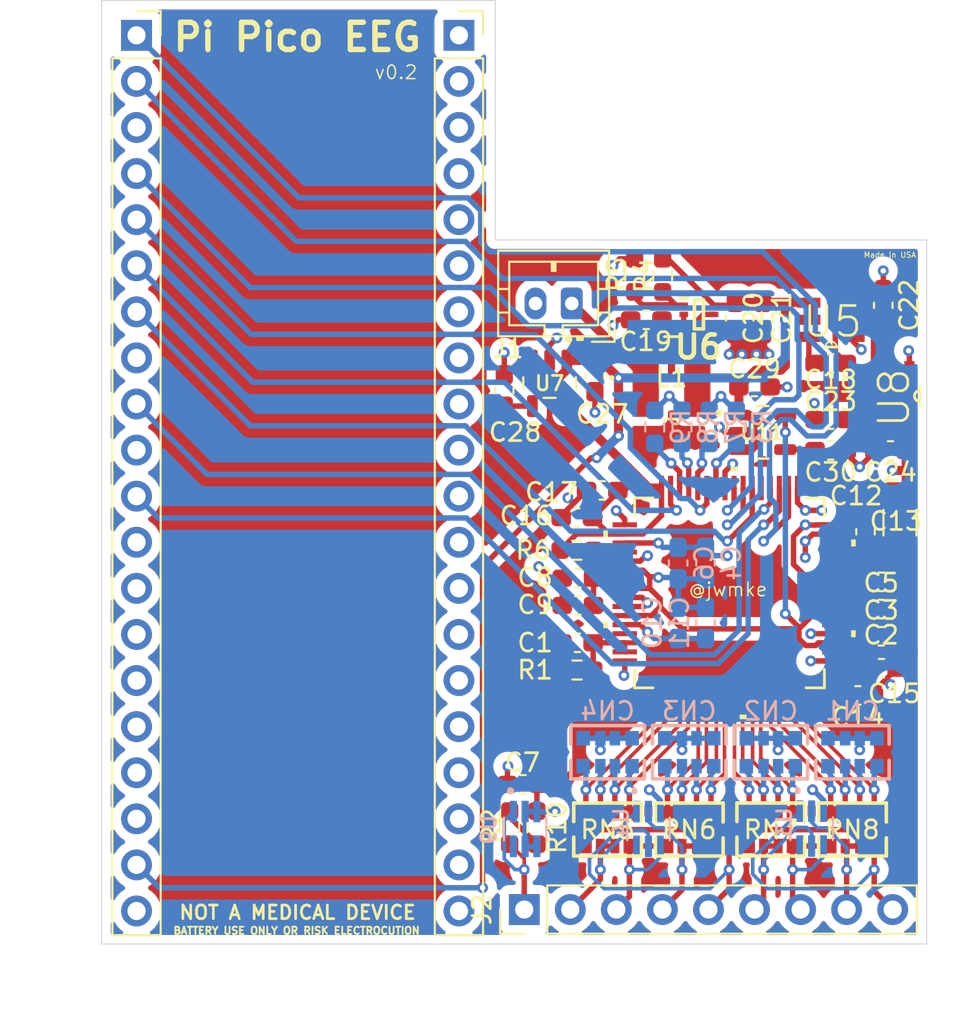
<source format=kicad_pcb>
(kicad_pcb (version 20240108) (generator "pcbnew") (generator_version "8.0")
  (layers (0 "F.Cu" signal) (1 "In1.Cu" signal) (2 "In2.Cu" signal) (31 "B.Cu" signal) (34 "B.Paste" user) (35 "F.Paste" user) (36 "B.SilkS" user "B.Silkscreen") (37 "F.SilkS" user "F.Silkscreen") (38 "B.Mask" user) (39 "F.Mask" user) (44 "Edge.Cuts" user))
  (net 0 "")
  (net 1 "/ADS1299/Bias")
  (net 2 "-2V5")
  (net 3 "Net-(U1-VREFP)")
  (net 4 "GND")
  (net 5 "+2V5")
  (net 6 "Net-(U1-VCAP4)")
  (net 7 "Net-(U1-VCAP3)")
  (net 8 "Net-(U1-VCAP2)")
  (net 9 "Net-(U1-VCAP1)")
  (net 10 "+3V3")
  (net 11 "Net-(U5-CAP-)")
  (net 12 "Net-(U5-CAP+)")
  (net 13 "/Booster/VBATT")
  (net 14 "+5V")
  (net 15 "-5V")
  (net 16 "Net-(U8-NR)")
  (net 17 "Net-(U7-NR{slash}FB)")
  (net 18 "Net-(U11-NR{slash}FB)")
  (net 19 "/ADS1299/IN7P")
  (net 20 "/ADS1299/IN8P")
  (net 21 "/ADS1299/IN8N")
  (net 22 "/ADS1299/IN7N")
  (net 23 "/ADS1299/IN6P")
  (net 24 "/ADS1299/IN6N")
  (net 25 "/ADS1299/IN5P")
  (net 26 "/ADS1299/IN5N")
  (net 27 "/ADS1299/IN4P")
  (net 28 "/ADS1299/IN3P")
  (net 29 "/ADS1299/IN4N")
  (net 30 "/ADS1299/IN3N")
  (net 31 "/ADS1299/IN1P")
  (net 32 "/ADS1299/IN2P")
  (net 33 "/ADS1299/IN1N")
  (net 34 "/ADS1299/IN2N")
  (net 35 "/ADS1299/I3")
  (net 36 "/ADS1299/I8")
  (net 37 "/ADS1299/I7")
  (net 38 "/ADS1299/I5")
  (net 39 "/ADS1299/I2")
  (net 40 "/ADS1299/I4")
  (net 41 "/ADS1299/I6")
  (net 42 "/ADS1299/I1")
  (net 43 "Net-(U6-SW)")
  (net 44 "Net-(R10-Pad2)")
  (net 45 "Net-(U1-GPIO1)")
  (net 46 "Net-(U6-FB)")
  (net 47 "Net-(U1-CLKSEL)")
  (net 48 "Net-(U1-GPIO2)")
  (net 49 "Net-(U1-GPIO3)")
  (net 50 "Net-(U1-GPIO4)")
  (net 51 "/ADS1299/MOSI")
  (net 52 "/ADS1299/START")
  (net 53 "/ADS1299/RESET")
  (net 54 "/ADS1299/DRDY")
  (net 55 "/ADS1299/SCLK")
  (net 56 "/ADS1299/MISO")
  (net 57 "/ADS1299/PDWN")
  (net 58 "/ADS1299/CS")
  (net 89 "Net-(U1-BIASIN)")
  (footprint "CustomLib:lm266" (layer "F.Cu") (at 144.0192 76 180)
    (property "Reference" "U5")
    (property "Value" "LM2664M6" (hide yes))
  )
  (footprint "Capacitor_SMD:C_0603_1608Metric_Pad1.08x0.95mm_HandSolder" (layer "F.Cu") (at 144 78.4)
    (property "Reference" "C18")
    (property "Value" "10µF ")
  )
  (footprint "Capacitor_SMD:C_0603_1608Metric_Pad1.08x0.95mm_HandSolder" (layer "F.Cu") (at 126 79.9 -90)
    (property "Reference" "C28")
    (property "Value" "0.01µF ")
  )
  (footprint "Capacitor_SMD:C_0603_1608Metric_Pad1.08x0.95mm_HandSolder" (layer "F.Cu") (at 130.0375 93.8 180)
    (property "Reference" "C1")
    (property "Value" "1.5nF")
  )
  (footprint "Capacitor_SMD:C_0603_1608Metric_Pad1.08x0.95mm_HandSolder" (layer "F.Cu") (at 131 79.1 90)
    (property "Reference" "C27")
    (property "Value" "1µF ")
  )
  (footprint "Resistor_SMD:R_0603_1608Metric_Pad0.98x0.95mm_HandSolder" (layer "F.Cu") (at 127.8 103.9875 -90)
    (property "Reference" "R10")
    (property "Value" "10kΩ")
  )
  (footprint "CustomLib:PAG64_TEX" (layer "F.Cu") (at 138.4215 91.05 90)
    (property "Reference" "U1" (hide yes))
    (property "Value" "ADS1299IPAGR")
  )
  (footprint "Connector_PinSocket_2.54mm:PinSocket_1x20_P2.54mm_Vertical" (layer "F.Cu") (at 105.72 60.32)
    (property "Reference" "J3" (hide yes))
    (property "Value" "Conn_01x20_Socket")
  )
  (footprint "Capacitor_SMD:C_0603_1608Metric_Pad1.08x0.95mm_HandSolder" (layer "F.Cu") (at 145.9215 87.678794 90)
    (property "Reference" "C12")
    (property "Value" "1µF ")
  )
  (footprint "Capacitor_SMD:C_0603_1608Metric_Pad1.08x0.95mm_HandSolder" (layer "F.Cu") (at 130.059 91.741294)
    (property "Reference" "C9")
    (property "Value" "1µF ")
  )
  (footprint "Capacitor_SMD:C_0603_1608Metric_Pad1.08x0.95mm_HandSolder" (layer "F.Cu") (at 144 83.2 180)
    (property "Reference" "C30")
    (property "Value" "0.01µF ")
  )
  (footprint "Connector_JST:JST_PH_B2B-PH-K_1x02_P2.00mm_Vertical" (layer "F.Cu") (at 129.7224 75.1 180)
    (property "Reference" "J1")
    (property "Value" "Conn_01x02_Pin")
  )
  (footprint "CustomLib:RES-ARRAY-SMD_0603-8P-L3.2-W1.6-BL" (layer "F.Cu") (at 136.2 104.1)
    (property "Reference" "RN6")
    (property "Value" "CAY16-103J4LF")
  )
  (footprint "Resistor_SMD:R_0603_1608Metric_Pad0.98x0.95mm_HandSolder" (layer "F.Cu") (at 130.0125 95.3 180)
    (property "Reference" "R1")
    (property "Value" "1MΩ")
  )
  (footprint "Resistor_SMD:R_0603_1608Metric_Pad0.98x0.95mm_HandSolder" (layer "F.Cu") (at 134.73345 73.55 -90)
    (property "Reference" "R4")
    (property "Value" "732kΩ")
  )
  (footprint "Capacitor_SMD:C_0603_1608Metric_Pad1.08x0.95mm_HandSolder" (layer "F.Cu") (at 130 86.9 180)
    (property "Reference" "C16")
    (property "Value" "0.1µF ")
  )
  (footprint "CustomLib:SOTFL50P160X60-6N" (layer "F.Cu") (at 136.73345 75.7)
    (property "Reference" "U6")
    (property "Value" "TPS61023DRLR" (hide yes))
  )
  (footprint "Resistor_SMD:R_0603_1608Metric_Pad0.98x0.95mm_HandSolder" (layer "F.Cu") (at 133.19345 73.55 90)
    (property "Reference" "R5")
    (property "Value" "100kΩ")
  )
  (footprint "Capacitor_SMD:C_0603_1608Metric_Pad1.08x0.95mm_HandSolder" (layer "F.Cu") (at 130.059 90.241294)
    (property "Reference" "C8")
    (property "Value" "0.1µF ")
  )
  (footprint "Capacitor_SMD:C_0603_1608Metric_Pad1.08x0.95mm_HandSolder" (layer "F.Cu") (at 146.784 90.441294)
    (property "Reference" "C5")
    (property "Value" "1µF ")
  )
  (footprint "Resistor_SMD:R_0603_1608Metric_Pad0.98x0.95mm_HandSolder" (layer "F.Cu") (at 126.3 103.9875 -90)
    (property "Reference" "R2")
    (property "Value" "10kΩ")
  )
  (footprint "Capacitor_SMD:C_0603_1608Metric_Pad1.08x0.95mm_HandSolder" (layer "F.Cu") (at 146.784 93.441294)
    (property "Reference" "C3")
    (property "Value" "10µF ")
  )
  (footprint "Connector_PinHeader_2.54mm:PinHeader_1x09_P2.54mm_Vertical" (layer "F.Cu") (at 127.1 108.5 90)
    (property "Reference" "J2")
    (property "Value" "Conn_01x09_Pin")
  )
  (footprint "Capacitor_SMD:C_1206_3216Metric_Pad1.33x1.80mm_HandSolder" (layer "F.Cu") (at 147.8215 87.178794 90)
    (property "Reference" "C13")
    (property "Value" "100µF ")
  )
  (footprint "Resistor_SMD:R_0603_1608Metric_Pad0.98x0.95mm_HandSolder" (layer "F.Cu") (at 130 88.7)
    (property "Reference" "R6")
    (property "Value" "10kΩ")
  )
  (footprint "Capacitor_SMD:C_0603_1608Metric_Pad1.08x0.95mm_HandSolder" (layer "F.Cu") (at 127.0375 101.6 180)
    (property "Reference" "C7")
    (property "Value" "1nF")
  )
  (footprint "CustomLib:RES-ARRAY-SMD_0603-8P-L3.2-W1.6-BL" (layer "F.Cu") (at 145.2 104.1)
    (property "Reference" "RN8")
    (property "Value" "CAY16-103J4LF")
  )
  (footprint "Connector_PinSocket_2.54mm:PinSocket_1x20_P2.54mm_Vertical" (layer "F.Cu") (at 123.5 60.32)
    (property "Reference" "J4" (hide yes))
    (property "Value" "Conn_01x20_Socket" (hide yes))
  )
  (footprint "Capacitor_SMD:C_0603_1608Metric_Pad1.08x0.95mm_HandSolder" (layer "F.Cu") (at 146.9 75.2 -90)
    (property "Reference" "C22")
    (property "Value" "10µF ")
  )
  (footprint "Capacitor_SMD:C_0603_1608Metric_Pad1.08x0.95mm_HandSolder" (layer "F.Cu") (at 146.8 95.2)
    (property "Reference" "C15")
    (property "Value" "0.1µF ")
  )
  (footprint "Capacitor_SMD:C_0603_1608Metric_Pad1.08x0.95mm_HandSolder" (layer "F.Cu") (at 138.73345 75.9 90)
    (property "Reference" "C20")
    (property "Value" "22µF ")
  )
  (footprint "CustomLib:RES-ARRAY-SMD_0603-8P-L3.2-W1.6-BL" (layer "F.Cu") (at 140.7 104.1)
    (property "Reference" "RN7")
    (property "Value" "CAY16-103J4LF")
  )
  (footprint "CustomLib:72325" (layer "F.Cu") (at 147.4 80.2 -90)
    (property "Reference" "U8")
    (property "Value" "TPS72325DBVT" (hide yes))
  )
  (footprint "CustomLib:73225" (layer "F.Cu") (at 140.2375 82.2)
    (property "Reference" "U11")
    (property "Value" "TPS73225DBVR")
  )
  (footprint "Capacitor_SMD:C_0603_1608Metric_Pad1.08x0.95mm_HandSolder" (layer "F.Cu") (at 144 81.5)
    (property "Reference" "C23")
    (property "Value" "0.01µF ")
  )
  (footprint "Capacitor_SMD:C_0603_1608Metric_Pad1.08x0.95mm_HandSolder" (layer "F.Cu") (at 131.4 85.4 180)
    (property "Reference" "C17")
    (property "Value" "1µF ")
  )
  (footprint "CustomLib:RES-ARRAY-SMD_0603-8P-L3.2-W1.6-BL" (layer "F.Cu") (at 131.7 104.1)
    (property "Reference" "RN5")
    (property "Value" "CAY16-103J4LF")
  )
  (footprint "Capacitor_SMD:C_0603_1608Metric_Pad1.08x0.95mm_HandSolder" (layer "F.Cu") (at 145.5 96.7)
    (property "Reference" "C14")
    (property "Value" "1µF ")
  )
  (footprint "Capacitor_SMD:C_0603_1608Metric_Pad1.08x0.95mm_HandSolder" (layer "F.Cu") (at 140.25345 75.9 90)
    (property "Reference" "C21")
    (property "Value" "22µF ")
  )
  (footprint "Capacitor_SMD:C_0603_1608Metric_Pad1.08x0.95mm_HandSolder" (layer "F.Cu") (at 139.8 79.7 180)
    (property "Reference" "C29")
    (property "Value" "1µF ")
  )
  (footprint "Capacitor_SMD:C_0603_1608Metric_Pad1.08x0.95mm_HandSolder" (layer "F.Cu") (at 133.83345 76 180)
    (property "Reference" "C19")
    (property "Value" "10µF ")
  )
  (footprint "Capacitor_SMD:C_0603_1608Metric_Pad1.08x0.95mm_HandSolder" (layer "F.Cu") (at 146.784 91.941294 180)
    (property "Reference" "C2")
    (property "Value" "0.1µF ")
  )
  (footprint "CustomLib:IND_74438357010_WRE" (layer "F.Cu") (at 135.2224 79.2)
    (property "Reference" "L1")
    (property "Value" "1µH")
  )
  (footprint "CustomLib:73233" (layer "F.Cu") (at 128.5 79.5 -90)
    (property "Reference" "U7")
    (property "Value" "TPS73233DBVT")
  )
  (footprint "Capacitor_SMD:C_0603_1608Metric_Pad1.08x0.95mm_HandSolder" (layer "F.Cu") (at 147.3 83.2)
    (property "Reference" "C24")
    (property "Value" "22µF ")
  )
  (footprint "Capacitor_SMD:C_0603_1608Metric_Pad1.08x0.95mm_HandSolder" (layer "B.Cu") (at 135.59 89.4 90)
    (property "Reference" "C6")
    (property "Value" "0.1µF ")
  )
  (footprint "Capacitor_SMD:C_0603_1608Metric_Pad1.08x0.95mm_HandSolder" (layer "B.Cu") (at 137.1 89.4 90)
    (property "Reference" "C4")
    (property "Value" "1µF ")
  )
  (footprint "Resistor_SMD:R_0603_1608Metric_Pad0.98x0.95mm_HandSolder" (layer "B.Cu") (at 137.3 81.9 90)
    (property "Reference" "R7")
    (property "Value" "10kΩ")
  )
  (footprint "Capacitor_SMD:C_0603_1608Metric_Pad1.08x0.95mm_HandSolder" (layer "B.Cu") (at 135.59 92.7 -90)
    (property "Reference" "C10")
    (property "Value" "1µF ")
  )
  (footprint "CustomLib:CAP-ARRAY-SMD_6124-8P-L3.2-W1.6-BL" (layer "B.Cu") (at 140.7 99.83 180)
    (property "Reference" "CN2")
    (property "Value" "W2A41C681KAT2A" (hide yes))
  )
  (footprint "CustomLib:CAP-ARRAY-SMD_6124-8P-L3.2-W1.6-BL" (layer "B.Cu") (at 136.2 99.83 180)
    (property "Reference" "CN3")
    (property "Value" "W2A41C681KAT2A" (hide yes))
  )
  (footprint "Resistor_SMD:R_0603_1608Metric_Pad0.98x0.95mm_HandSolder" (layer "B.Cu") (at 134.3 81.9 90)
    (property "Reference" "R9")
    (property "Value" "10kΩ")
  )
  (footprint "CustomLib:tpd4e1b06dckr" (layer "B.Cu") (at 127.15 104.06 -90)
    (property "Reference" "U9")
    (property "Value" "TPD4E1B06DCKR")
  )
  (footprint "Resistor_SMD:R_0603_1608Metric_Pad0.98x0.95mm_HandSolder" (layer "B.Cu") (at 138.8 81.9 90)
    (property "Reference" "R3")
    (property "Value" "10kΩ")
  )
  (footprint "Capacitor_SMD:C_0603_1608Metric_Pad1.08x0.95mm_HandSolder" (layer "B.Cu") (at 137.1 92.7 -90)
    (property "Reference" "C11")
    (property "Value" "0.1µF ")
  )
  (footprint "CustomLib:CAP-ARRAY-SMD_6124-8P-L3.2-W1.6-BL" (layer "B.Cu") (at 145.2 99.83 180)
    (property "Reference" "CN1")
    (property "Value" "W2A41C681KAT2A" (hide yes))
  )
  (footprint "CustomLib:tpd4e1b06dckr" (layer "B.Cu") (at 142.95 104.04 -90)
    (property "Reference" "U3")
    (property "Value" "TPD4E1B06DCKR")
  )
  (footprint "Resistor_SMD:R_0603_1608Metric_Pad0.98x0.95mm_HandSolder" (layer "B.Cu") (at 135.8 81.9 90)
    (property "Reference" "R8")
    (property "Value" "10kΩ")
  )
  (footprint "CustomLib:CAP-ARRAY-SMD_6124-8P-L3.2-W1.6-BL" (layer "B.Cu") (at 131.7 99.83 180)
    (property "Reference" "CN4")
    (property "Value" "W2A41C681KAT2A" (hide yes))
  )
  (footprint "CustomLib:tpd4e1b06dckr" (layer "B.Cu") (at 133.95 104.06 -90)
    (property "Reference" "U4")
    (property "Value" "TPD4E1B06DCKR")
  )
  (gr_line (start 103.8 110.4) (end 103.8 58.4) (stroke (width 0.05)) (layer "Edge.Cuts"))
  (gr_line (start 125.5 71.6) (end 125.5 58.4) (stroke (width 0.05)) (layer "Edge.Cuts"))
  (gr_line (start 103.8 58.4) (end 125.5 58.4) (stroke (width 0.05)) (layer "Edge.Cuts"))
  (gr_line (start 149.3 110.4) (end 149.3 71.6) (stroke (width 0.05)) (layer "Edge.Cuts"))
  (gr_line (start 125.5 71.6) (end 149.3 71.6) (stroke (width 0.05)) (layer "Edge.Cuts"))
  (gr_line (start 149.3 110.4) (end 103.8 110.4) (stroke (width 0.05)) (layer "Edge.Cuts"))
  (gr_text "v0.2" (at 118.8 62.8 0) (layer "F.SilkS") (effects (font (size 0.75 0.75) (thickness 0.08)) (justify left bottom)))
  (gr_text "BATTERY USE ONLY OR RISK ELECTROCUTION" (at 107.7 109.9 0) (layer "F.SilkS") (effects (font (size 0.4 0.4) (thickness 0.1) (bold yes)) (justify left bottom)))
  (gr_text "NOT A MEDICAL DEVICE" (at 108 109.1 0) (layer "F.SilkS") (effects (font (size 0.75 0.75) (thickness 0.15) (bold yes)) (justify left bottom)))
  (gr_text "@jwmke" (at 136.1 91.3 0) (layer "F.SilkS") (effects (font (size 0.75 0.75) (thickness 0.08)) (justify left bottom)))
  (gr_text "Pi Pico EEG" (at 107.6 61.3 0) (layer "F.SilkS") (effects (font (size 1.5 1.5) (thickness 0.3)) (justify left bottom)))
  (gr_text "Made in USA" (at 145.8 72.6 0) (layer "F.SilkS") (effects (font (size 0.3 0.3) (thickness 0.05) (bold yes)) (justify left bottom)))
  (segment (start 129.1 95.3) (end 129.1 100.4) (width 0.3) (layer "F.Cu") (net 1))
  (segment (start 127.8 101.7) (end 127.9 101.6) (width 0.3) (layer "F.Cu") (net 1))
  (segment (start 129.175 93.8) (end 129.175 95.225) (width 0.3) (layer "F.Cu") (net 1))
  (segment (start 127.1 105.7) (end 126.3 104.9) (width 0.2) (layer "F.Cu") (net 1))
  (segment (start 129.175 95.225) (end 129.1 95.3) (width 0.3) (layer "F.Cu") (net 1))
  (segment (start 127.8 103.075) (end 127.8 101.7) (width 0.3) (layer "F.Cu") (net 1))
  (segment (start 127.1 106.3) (end 127.1 105.7) (width 0.2) (layer "F.Cu") (net 1))
  (segment (start 129.1 100.4) (end 127.9 101.6) (width 0.3) (layer "F.Cu") (net 1))
  (segment (start 127.1 108.5) (end 127.1 106.3) (width 0.3) (layer "F.Cu") (net 1))
  (via (at 127.1 106.3) (size 0.6) (drill 0.3) (layers "F.Cu" "B.Cu") (net 1))
  (segment (start 126 103.6) (end 126.5 103.1) (width 0.2) (layer "B.Cu") (net 1))
  (segment (start 126 105.71136) (end 126 103.6) (width 0.2) (layer "B.Cu") (net 1))
  (segment (start 126.58864 106.3) (end 126 105.71136) (width 0.2) (layer "B.Cu") (net 1))
  (segment (start 127.1 106.3) (end 126.58864 106.3) (width 0.2) (layer "B.Cu") (net 1))
  (segment (start 142.580761 87.3) (end 142.6 87.3) (width 0.3) (layer "F.Cu") (net 2))
  (segment (start 144.2 87.3) (end 145.437794 87.3) (width 0.3) (layer "F.Cu") (net 2))
  (segment (start 145.5375 94.8) (end 145.9375 95.2) (width 0.3) (layer "F.Cu") (net 2))
  (segment (start 133.499999 92.799999) (end 133.9 93.2) (width 0.3) (layer "F.Cu") (net 2))
  (segment (start 143.1769 87.310299) (end 142.610299 87.310299) (width 0.3) (layer "F.Cu") (net 2))
  (segment (start 142.900001 93.300001) (end 142.9 93.3) (width 0.3) (layer "F.Cu") (net 2))
  (segment (start 144.2 94.8) (end 142.9 94.8) (width 0.3) (layer "F.Cu") (net 2))
  (segment (start 129.1965 91.741294) (end 129.1965 90.241294) (width 0.3) (layer "F.Cu") (net 2))
  (segment (start 143.1769 91.7897) (end 143.1769 91.1) (width 0.3) (layer "F.Cu") (net 2))
  (segment (start 147.6465 91.941294) (end 147.6465 93.441294) (width 0.3) (layer "F.Cu") (net 2))
  (segment (start 143.2769 90.8) (end 141.95 89.4731) (width 0.3) (layer "F.Cu") (net 2))
  (segment (start 146.787793 94.300001) (end 144.2 94.300001) (width 0.3) (layer "F.Cu") (net 2))
  (segment (start 143.187199 87.3) (end 143.1769 87.310299) (width 0.3) (layer "F.Cu") (net 2))
  (segment (start 146.6215 86.816294) (end 147.8215 85.616294) (width 0.3) (layer "F.Cu") (net 2))
  (segment (start 132.643 91.800001) (end 133.699999 91.800001) (width 0.3) (layer "F.Cu") (net 2))
  (segment (start 147.6465 90.441294) (end 147.6465 91.941294) (width 0.3) (layer "F.Cu") (net 2))
  (segment (start 144.2 91.800001) (end 143.187201 91.800001) (width 0.3) (layer "F.Cu") (net 2))
  (segment (start 145.437794 87.3) (end 145.9215 86.816294) (width 0.3) (layer "F.Cu") (net 2))
  (segment (start 148.3398 83.0227) (end 148.1625 83.2) (width 0.5) (layer "F.Cu") (net 2))
  (segment (start 144.2 87.3) (end 143.187199 87.3) (width 0.3) (layer "F.Cu") (net 2))
  (segment (start 143.1769 90.9) (end 143.2769 90.8) (width 0.3) (layer "F.Cu") (net 2))
  (segment (start 143.2769 90.8) (end 144.2 90.8) (width 0.3) (layer "F.Cu") (net 2))
  (segment (start 148.1625 83.2) (end 148.1625 84.3) (width 0.5) (layer "F.Cu") (net 2))
  (segment (start 133.8 89) (end 133.9 89) (width 0.3) (layer "F.Cu") (net 2))
  (segment (start 132.643 89.300001) (end 133.499999 89.300001) (width 0.3) (layer "F.Cu") (net 2))
  (segment (start 148.1625 84.3) (end 148.1625 85.275294) (width 0.5) (layer "F.Cu") (net 2))
  (segment (start 133.499999 89.300001) (end 133.8 89) (width 0.3) (layer "F.Cu") (net 2))
  (segment (start 148.1625 84.3) (end 147.4 84.3) (width 0.5) (layer "F.Cu") (net 2))
  (segment (start 129.1965 90.241294) (end 128.541294 90.241294) (width 0.3) (layer "F.Cu") (net 2))
  (segment (start 148.3398 81.4954) (end 148.3398 83.0227) (width 0.5) (layer "F.Cu") (net 2))
  (segment (start 144.2 94.300001) (end 144.2 94.8) (width 0.3) (layer "F.Cu") (net 2))
  (segment (start 142.610299 87.310299) (end 142.6 87.3) (width 0.3) (layer "F.Cu") (net 2))
  (segment (start 143.1769 91.1) (end 143.1769 90.9) (width 0.3) (layer "F.Cu") (net 2))
  (segment (start 144.2 93.300001) (end 142.900001 93.300001) (width 0.3) (layer "F.Cu") (net 2))
  (segment (start 147.6465 93.441294) (end 146.787793 94.300001) (width 0.3) (layer "F.Cu") (net 2))
  (segment (start 144.2 94.8) (end 145.5375 94.8) (width 0.3) (layer "F.Cu") (net 2))
  (segment (start 148.1625 85.275294) (end 147.8215 85.616294) (width 0.5) (layer "F.Cu") (net 2))
  (segment (start 132.643 91.3) (end 133.6 91.3) (width 0.3) (layer "F.Cu") (net 2))
  (segment (start 141.95 89.4731) (end 141.95 87.930761) (width 0.3) (layer "F.Cu") (net 2))
  (segment (start 128.541294 90.241294) (end 127.9 89.6) (width 0.3) (layer "F.Cu") (net 2))
  (segment (start 132.643 92.799999) (end 133.499999 92.799999) (width 0.3) (layer "F.Cu") (net 2))
  (segment (start 133.699999 91.800001) (end 133.9 91.6) (width 0.3) (layer "F.Cu") (net 2))
  (segment (start 133.6 91.3) (end 133.9 91.6) (width 0.3) (layer "F.Cu") (net 2))
  (segment (start 144.6375 96.7) (end 144.6375 96.5) (width 0.3) (layer "F.Cu") (net 2))
  (segment (start 141.95 87.930761) (end 142.580761 87.3) (width 0.3) (layer "F.Cu") (net 2))
  (segment (start 147.7215 85.525) (end 147.5465 85.525) (width 0.3) (layer "F.Cu") (net 2))
  (segment (start 144.6375 96.5) (end 145.9375 95.2) (width 0.3) (layer "F.Cu") (net 2))
  (segment (start 143.187201 91.800001) (end 143.1769 91.7897) (width 0.3) (layer "F.Cu") (net 2))
  (segment (start 145.9215 86.816294) (end 146.6215 86.816294) (width 0.3) (layer "F.Cu") (net 2))
  (via (at 142.6 87.3) (size 0.6) (drill 0.3) (layers "F.Cu" "B.Cu") (net 2))
  (via (at 127.9 89.6) (size 0.6) (drill 0.3) (layers "F.Cu" "B.Cu") (net 2))
  (via (at 142.9 94.8) (size 0.6) (drill 0.3) (layers "F.Cu" "B.Cu") (net 2))
  (via (at 147.4 84.3) (size 0.6) (drill 0.3) (layers "F.Cu" "B.Cu") (net 2))
  (via (at 133.9 89) (size 0.6) (drill 0.3) (layers "F.Cu" "B.Cu") (net 2))
  (via (at 133.9 91.6) (size 0.6) (drill 0.3) (layers "F.Cu" "B.Cu") (net 2))
  (via (at 133.9 93.2) (size 0.6) (drill 0.3) (layers "F.Cu" "B.Cu") (net 2))
  (via (at 142.9 93.3) (size 0.6) (drill 0.3) (layers "F.Cu" "B.Cu") (net 2))
  (segment (start 137.1 93.5625) (end 135.59 93.5625) (width 0.3) (layer "B.Cu") (net 2))
  (segment (start 134.2625 93.5625) (end 133.9 93.2) (width 0.3) (layer "B.Cu") (net 2))
  (segment (start 135.59 93.5625) (end 134.2625 93.5625) (width 0.3) (layer "B.Cu") (net 2))
  (segment (start 145.280206 91.3) (end 145.9215 91.941294) (width 0.3) (layer "F.Cu") (net 3))
  (segment (start 145.9215 91.941294) (end 145.9215 93.441294) (width 0.3) (layer "F.Cu") (net 3))
  (segment (start 144.2 91.3) (end 145.280206 91.3) (width 0.3) (layer "F.Cu") (net 3))
  (segment (start 146.4375 83.2) (end 146.4375 83.2625) (width 0.3) (layer "F.Cu") (net 4))
  (segment (start 146.3625 96.7) (end 146.3625 96.5) (width 0.3) (layer "F.Cu") (net 4))
  (segment (start 144.8625 83.2) (end 144.8625 83.3625) (width 0.3) (layer "F.Cu") (net 4))
  (segment (start 126 79.0375) (end 126 77.8) (width 0.3) (layer "F.Cu") (net 4))
  (segment (start 132.643 88.3) (end 134.5 88.3) (width 0.3) (layer "F.Cu") (net 4))
  (segment (start 132.643 86.981478) (end 132.171631 86.510109) (width 0.3) (layer "F.Cu") (net 4))
  (segment (start 139.3 76.7625) (end 138.73345 76.7625) (width 0.5) (layer "F.Cu") (net 4))
  (segment (start 138.169701 82.2) (end 137.86946 81.899759) (width 0.3) (layer "F.Cu") (net 4))
  (segment (start 139.9 77.11595) (end 140.25345 76.7625) (width 0.5) (layer "F.Cu") (net 4))
  (segment (start 139.8 76.7625) (end 139.8 77.2) (width 0.5) (layer "F.Cu") (net 4))
  (segment (start 139.9 77.9) (end 139.5 77.5) (width 0.5) (layer "F.Cu") (net 4))
  (segment (start 140.25345 76.7625) (end 140.25345 77.55345) (width 0.5) (layer "F.Cu") (net 4))
  (segment (start 132.643 94.8) (end 132.643 95.557) (width 0.3) (layer "F.Cu") (net 4))
  (segment (start 131 79.9625) (end 131 81.1) (width 0.3) (layer "F.Cu") (net 4))
  (segment (start 139.1 77.9) (end 139.1 77.12905) (width 0.5) (layer "F.Cu") (net 4))
  (segment (start 144.8625 83.3625) (end 145.6 84.1) (width 0.3) (layer "F.Cu") (net 4))
  (segment (start 142.6 86.5) (end 143.5 86.5) (width 0.3) (layer "F.Cu") (net 4))
  (segment (start 139.3 76.7625) (end 139.3 77.7) (width 0.5) (layer "F.Cu") (net 4))
  (segment (start 138.1715 85.2715) (end 138.1715 84.367952) (width 0.3) (layer "F.Cu") (net 4))
  (segment (start 126.175 101.6) (end 126.175 100.625) (width 0.3) (layer "F.Cu") (net 4))
  (segment (start 129.1375 86.8) (end 129.81875 86.11875) (width 0.3) (layer "F.Cu") (net 4))
  (segment (start 129.81875 86.11875) (end 130.5375 85.4) (width 0.3) (layer "F.Cu") (net 4))
  (segment (start 129.1375 86.9) (end 129.1375 86.8) (width 0.3) (layer "F.Cu") (net 4))
  (segment (start 129.81875 86.11875) (end 129.50962 85.80962) (width 0.3) (layer "F.Cu") (net 4))
  (segment (start 148.3398 78.9046) (end 148.3398 77.7398) (width 0.3) (layer "F.Cu") (net 4))
  (segment (start 147.03125 95.83125) (end 147.6625 95.2) (width 0.3) (layer "F.Cu") (net 4))
  (segment (start 132.3625 72.6375) (end 132 73) (width 0.3) (layer "F.Cu") (net 4))
  (segment (start 138.9825 82.2) (end 138.169701 82.2) (width 0.3) (layer "F.Cu") (net 4))
  (segment (start 132.643 95.557) (end 132.6 95.6) (width 0.3) (layer "F.Cu") (net 4))
  (segment (start 142.6 88.2) (end 142.6 89.1) (width 0.3) (layer "F.Cu") (net 4))
  (segment (start 132.643 87.3) (end 132.643 86.981478) (width 0.3) (layer "F.Cu") (net 4))
  (segment (start 142.1715 85.2715) (end 142.1715 86.0715) (width 0.3) (layer "F.Cu") (net 4))
  (segment (start 146.3625 96.5) (end 147.03125 95.83125) (width 0.3) (layer "F.Cu") (net 4))
  (segment (start 143.1375 80.6375) (end 143.1 80.6) (width 0.3) (layer "F.Cu") (net 4))
  (segment (start 145.2384 76.9398) (end 145.2384 77.188837) (width 0.3) (layer "F.Cu") (net 4))
  (segment (start 138.4 77.9) (end 140.6 77.9) (width 0.5) (layer "F.Cu") (net 4))
  (segment (start 137.57145 76.2) (end 138.17095 76.2) (width 0.3) (layer "F.Cu") (net 4))
  (segment (start 139.1 77.9) (end 139.8 77.2) (width 0.5) (layer "F.Cu") (net 4))
  (segment (start 140.25345 76.7625) (end 139.8 76.7625) (width 0.5) (layer "F.Cu") (net 4))
  (segment (start 143.384007 87.810299) (end 143.00894 87.810299) (width 0.3) (layer "F.Cu") (net 4))
  (segment (start 139.8 77.8) (end 139.9 77.9) (width 0.5) (layer "F.Cu") (net 4))
  (segment (start 143.394307 87.799999) (end 143.384007 87.810299) (width 0.3) (layer "F.Cu") (net 4))
  (segment (start 147.03125 95.83125) (end 147.3 96.1) (width 0.3) (layer "F.Cu") (net 4))
  (segment (start 148.3398 77.7398) (end 148.3 77.7) (width 0.3) (layer "F.Cu") (net 4))
  (segment (start 139.8 76.7625) (end 139.5 76.7625) (width 0.5) (layer "F.Cu") (net 4))
  (segment (start 143.00894 87.810299) (end 142.619239 88.2) (width 0.3) (layer "F.Cu") (net 4))
  (segment (start 126.175 100.625) (end 126.2 100.6) (width 0.3) (layer "F.Cu") (net 4))
  (segment (start 143.1375 81.5) (end 143.1375 80.6375) (width 0.3) (layer "F.Cu") (net 4))
  (segment (start 133.19345 72.6375) (end 132.3625 72.6375) (width 0.3) (layer "F.Cu") (net 4))
  (segment (start 140.6625 79.7) (end 141.6 79.7) (width 0.3) (layer "F.Cu") (net 4))
  (segment (start 146.9 74.3375) (end 146.9 73.3) (width 0.3) (layer "F.Cu") (net 4))
  (segment (start 145.2384 77.188837) (end 145.687372 77.637809) (width 0.3) (layer "F.Cu") (net 4))
  (segment (start 138.73345 76.7625) (end 138.73345 77.56655) (width 0.5) (layer "F.Cu") (net 4))
  (segment (start 139.1 77.12905) (end 138.73345 76.7625) (width 0.5) (layer "F.Cu") (net 4))
  (segment (start 146.4375 83.2625) (end 145.6 84.1) (width 0.3) (layer "F.Cu") (net 4))
  (segment (start 144.2 87.799999) (end 143.394307 87.799999) (width 0.3) (layer "F.Cu") (net 4))
  (segment (start 138.17095 76.2) (end 138.73345 76.7625) (width 0.3) (layer "F.Cu") (net 4))
  (segment (start 132.3 76) (end 132 76.3) (width 0.3) (layer "F.Cu") (net 4))
  (segment (start 138.1715 84.367952) (end 138.594452 83.945) (width 0.3) (layer "F.Cu") (net 4))
  (segment (start 139.9 77.9) (end 139.9 77.11595) (width 0.5) (layer "F.Cu") (net 4))
  (segment (start 139.3 77.7) (end 139.1 77.9) (width 0.5) (layer "F.Cu") (net 4))
  (segment (start 139.8 77.2) (end 139.8 77.8) (width 0.5) (layer "F.Cu") (net 4))
  (segment (start 139.5 76.7625) (end 139.3 76.7625) (width 0.5) (layer "F.Cu") (net 4))
  (segment (start 128.5 78.245) (end 128.5 77.4) (width 0.3) (layer "F.Cu") (net 4))
  (segment (start 132.97095 76) (end 132.3 76) (width 0.3) (layer "F.Cu") (net 4))
  (segment (start 142.1715 86.0715) (end 142.6 86.5) (width 0.3) (layer "F.Cu") (net 4))
  (segment (start 140.25345 77.55345) (end 140.6 77.9) (width 0.5) (layer "F.Cu") (net 4))
  (segment (start 139.5 77.5) (end 139.5 76.7625) (width 0.5) (layer "F.Cu") (net 4))
  (segment (start 128.5 77.4) (end 128.9 77) (width 0.3) (layer "F.Cu") (net 4))
  (segment (start 138.73345 77.56655) (end 138.4 77.9) (width 0.5) (layer "F.Cu") (net 4))
  (segment (start 142.619239 88.2) (end 142.6 88.2) (width 0.3) (layer "F.Cu") (net 4))
  (via (at 135.8 99.699998) (size 0.6) (drill 0.3) (layers "F.Cu" "B.Cu") (net 4))
  (via (at 145.6 84.1) (size 0.6) (drill 0.3) (layers "F.Cu" "B.Cu") (net 4))
  (via (at 148.3 77.7) (size 0.6) (drill 0.3) (layers "F.Cu" "B.Cu") (net 4))
  (via (at 134 101.9) (size 0.6) (drill 0.3) (layers "F.Cu" "B.Cu") (net 4))
  (via (at 138.3 89.000003) (size 0.6) (drill 0.3) (layers "F.Cu" "B.Cu") (net 4))
  (via (at 126 77.8) (size 0.6) (drill 0.3) (layers "F.Cu" "B.Cu") (net 4))
  (via (at 137.86946 81.899759) (size 0.6) (drill 0.3) (layers "F.Cu" "B.Cu") (net 4))
  (via (at 142.6 89.1) (size 0.6) (drill 0.3) (layers "F.Cu" "B.Cu") (net 4))
  (via (at 142.6 88.2) (size 0.6) (drill 0.3) (layers "F.Cu" "B.Cu") (net 4))
  (via (at 140.6 77.9) (size 0.6) (drill 0.3) (layers "F.Cu" "B.Cu") (net 4))
  (via (at 139.9 77.9) (size 0.6) (drill 0.3) (layers "F.Cu" "B.Cu") (net 4))
  (via (at 147.3 96.1) (size 0.6) (drill 0.3) (layers "F.Cu" "B.Cu") (net 4))
  (via (at 131.3 99.699998) (size 0.6) (drill 0.3) (layers "F.Cu" "B.Cu") (net 4))
  (via (at 135.1 80.2) (size 0.6) (drill 0.3) (layers "F.Cu" "B.Cu") (net 4))
  (via (at 128.8 103.1) (size 0.6) (drill 0.3) (layers "F.Cu" "B.Cu") (net 4))
  (via (at 139.1 77.9) (size 0.6) (drill 0.3) (layers "F.Cu" "B.Cu") (net 4))
  (via (at 143.5 86.5) (size 0.6) (drill 0.3) (layers "F.Cu" "B.Cu") (net 4))
  (via (at 132.171631 86.510109) (size 0.6) (drill 0.3) (layers "F.Cu" "B.Cu") (net 4))
  (via (at 132 73) (size 0.6) (drill 0.3) (layers "F.Cu" "B.Cu") (net 4))
  (via (at 138.594452 83.945) (size 0.6) (drill 0.3) (layers "F.Cu" "B.Cu") (net 4))
  (via (at 146.9 73.3) (size 0.6) (drill 0.3) (layers "F.Cu" "B.Cu") (net 4))
  (via (at 145.6 99.699998) (size 0.6) (drill 0.3) (layers "F.Cu" "B.Cu") (net 4))
  (via (at 126.2 100.6) (size 0.6) (drill 0.3) (layers "F.Cu" "B.Cu") (net 4))
  (via (at 138.4 77.9) (size 0.6) (drill 0.3) (layers "F.Cu" "B.Cu") (net 4))
  (via (at 134.5 88.3) (size 0.6) (drill 0.3) (layers "F.Cu" "B.Cu") (net 4))
  (via (at 129.50962 85.80962) (size 0.6) (drill 0.3) (layers "F.Cu" "B.Cu") (net 4))
  (via (at 132.6 95.6) (size 0.6) (drill 0.3) (layers "F.Cu" "B.Cu") (net 4))
  (via (at 132 76.3) (size 0.6) (drill 0.3) (layers "F.Cu" "B.Cu") (net 4))
  (via (at 131 81.1) (size 0.6) (drill 0.3) (layers "F.Cu" "B.Cu") (net 4))
  (via (at 142.6 86.5) (size 0.6) (drill 0.3) (layers "F.Cu" "B.Cu") (net 4))
  (via (at 128.9 77) (size 0.6) (drill 0.3) (layers "F.Cu" "B.Cu") (net 4))
  (via (at 143.1 80.6) (size 0.6) (drill 0.3) (layers "F.Cu" "B.Cu") (net 4))
  (via (at 141.6 79.7) (size 0.6) (drill 0.3) (layers "F.Cu" "B.Cu") (net 4))
  (via (at 137.949297 80.215254) (size 0.6) (drill 0.3) (layers "F.Cu" "B.Cu") (net 4))
  (via (at 141.1 99.699998) (size 0.6) (drill 0.3) (layers "F.Cu" "B.Cu") (net 4))
  (via (at 143 101.9) (size 0.6) (drill 0.3) (layers "F.Cu" "B.Cu") (net 4))
  (via (at 145.687372 77.637809) (size 0.6) (drill 0.3) (layers "F.Cu" "B.Cu") (net 4))
  (segment (start 134.012072 101.9) (end 134 101.9) (width 0.3) (layer "B.Cu") (net 4))
  (segment (start 137.1 88.5375) (end 135.59 88.5375) (width 0.3) (layer "B.Cu") (net 4))
  (segment (start 130.35 99.06) (end 131.3 99.06) (width 0.3) (layer "B.Cu") (net 4))
  (segment (start 143.85 99.06) (end 146.55 99.06) (width 0.3) (layer "B.Cu") (net 4))
  (segment (start 134.6 102.487928) (end 134.012072 101.9) (width 0.3) (layer "B.Cu") (net 4))
  (segment (start 138.721543 80.9875) (end 137.949297 80.215254) (width 0.3) (layer "B.Cu") (net 4))
  (segment (start 134.6 103.1) (end 134.6 102.487928) (width 0.3) (layer "B.Cu") (net 4))
  (segment (start 138.8 80.9875) (end 138.721543 80.9875) (width 0.3) (layer "B.Cu") (net 4))
  (segment (start 132.1 99.06) (end 133.05 99.06) (width 0.3) (layer "B.Cu") (net 4))
  (segment (start 134.7375 88.5375) (end 134.5 88.3) (width 0.3) (layer "B.Cu") (net 4))
  (segment (start 135.8 80.9) (end 135.1 80.2) (width 0.3) (layer "B.Cu") (net 4))
  (segment (start 137.1 88.5375) (end 137.562503 89.000003) (width 0.3) (layer "B.Cu") (net 4))
  (segment (start 134.3125 80.9875) (end 135.1 80.2) (width 0.3) (layer "B.Cu") (net 4))
  (segment (start 141.1 99.06) (end 141.1 99.699998) (width 0.3) (layer "B.Cu") (net 4))
  (segment (start 134.85 99.06) (end 135.8 99.06) (width 0.3) (layer "B.Cu") (net 4))
  (segment (start 135.59 88.5375) (end 134.7375 88.5375) (width 0.3) (layer "B.Cu") (net 4))
  (segment (start 137.3 80.9875) (end 137.3 80.864551) (width 0.3) (layer "B.Cu") (net 4))
  (segment (start 127.15 105.02) (end 127.15 103.1) (width 0.3) (layer "B.Cu") (net 4))
  (segment (start 134.3 80.9875) (end 134.3125 80.9875) (width 0.3) (layer "B.Cu") (net 4))
  (segment (start 127.15 105.02) (end 127.8 105.02) (width 0.3) (layer "B.Cu") (net 4))
  (segment (start 135.8 99.06) (end 137.55 99.06) (width 0.3) (layer "B.Cu") (net 4))
  (segment (start 143.6 103.08) (end 143.6 102.467928) (width 0.3) (layer "B.Cu") (net 4))
  (segment (start 135.8 80.9875) (end 135.8 80.9) (width 0.3) (layer "B.Cu") (net 4))
  (segment (start 143.032072 101.9) (end 143 101.9) (width 0.3) (layer "B.Cu") (net 4))
  (segment (start 137.3 80.864551) (end 137.949297 80.215254) (width 0.3) (layer "B.Cu") (net 4))
  (segment (start 139.35 99.06) (end 142.05 99.06) (width 0.3) (layer "B.Cu") (net 4))
  (segment (start 131.3 99.06) (end 132.1 99.06) (width 0.3) (layer "B.Cu") (net 4))
  (segment (start 137.562503 89.000003) (end 138.3 89.000003) (width 0.3) (layer "B.Cu") (net 4))
  (segment (start 145.6 99.06) (end 145.6 99.699998) (width 0.3) (layer "B.Cu") (net 4))
  (segment (start 127.15 103.1) (end 127.8 103.1) (width 0.3) (layer "B.Cu") (net 4))
  (segment (start 143.6 102.467928) (end 143.032072 101.9) (width 0.3) (layer "B.Cu") (net 4))
  (segment (start 135.8 99.06) (end 135.8 99.699998) (width 0.3) (layer "B.Cu") (net 4))
  (segment (start 127.8 103.1) (end 128.8 103.1) (width 0.3) (layer "B.Cu") (net 4))
  (segment (start 131.3 99.06) (end 131.3 99.699998) (width 0.3) (layer "B.Cu") (net 4))
  (segment (start 144.2 93.8) (end 143.319239 93.8) (width 0.3) (layer "F.Cu") (net 5))
  (segment (start 134.6 91.819239) (end 134.6 91.380761) (width 0.3) (layer "F.Cu") (net 5))
  (segment (start 132.643 89.8) (end 133.655801 89.8) (width 0.3) (layer "F.Cu") (net 5))
  (segment (start 134.019239 90.163438) (end 134.463438 90.163438) (width 0.3) (layer "F.Cu") (net 5))
  (segment (start 142.25 93.030761) (end 142.980761 92.3) (width 0.3) (layer "F.Cu") (net 5))
  (segment (start 142.25 92.95) (end 142.25 93.030761) (width 0.3) (layer "F.Cu") (net 5))
  (segment (start 143.319239 93.8) (end 143.169239 93.95) (width 0.3) (layer "F.Cu") (net 5))
  (segment (start 133.655801 89.8) (end 134.019239 90.163438) (width 0.3) (layer "F.Cu") (net 5))
  (segment (start 141.4925 82.1925) (end 141.5 82.2) (width 0.3) (layer "F.Cu") (net 5))
  (segment (start 141.4925 81.25) (end 141.4925 82.1925) (width 0.3) (layer "F.Cu") (net 5))
  (segment (start 142.980761 92.3) (end 144.2 92.3) (width 0.3) (layer "F.Cu") (net 5))
  (segment (start 132.643 92.3) (end 134.119239 92.3) (width 0.3) (layer "F.Cu") (net 5))
  (segment (start 134.019239 90.163438) (end 134.019239 90.8) (width 0.3) (layer "F.Cu") (net 5))
  (segment (start 134.6 91.380761) (end 134.019239 90.8) (width 0.3) (layer "F.Cu") (net 5))
  (segment (start 134.019239 90.8) (end 132.643 90.8) (width 0.3) (layer "F.Cu") (net 5))
  (segment (start 134.463438 90.163438) (end 134.5 90.2) (width 0.3) (layer "F.Cu") (net 5))
  (segment (start 134.119239 92.3) (end 134.6 91.819239) (width 0.3) (layer "F.Cu") (net 5))
  (segment (start 142.25 93.569239) (end 142.25 93.030761) (width 0.3) (layer "F.Cu") (net 5))
  (segment (start 142.25 93.030761) (end 135.811522 93.030761) (width 0.3) (layer "F.Cu") (net 5))
  (segment (start 143.169239 93.95) (end 142.630761 93.95) (width 0.3) (layer "F.Cu") (net 5))
  (segment (start 142.630761 93.95) (end 142.25 93.569239) (width 0.3) (layer "F.Cu") (net 5))
  (segment (start 144.2 92.799999) (end 144.2 92.3) (width 0.3) (layer "F.Cu") (net 5))
  (segment (start 141.5 92.2) (end 142.25 92.95) (width 0.3) (layer "F.Cu") (net 5))
  (segment (start 135.811522 93.030761) (end 134.6 91.819239) (width 0.3) (layer "F.Cu") (net 5))
  (via (at 134.5 90.2) (size 0.6) (drill 0.3) (layers "F.Cu" "B.Cu") (net 5))
  (via (at 141.5 82.2) (size 0.6) (drill 0.3) (layers "F.Cu" "B.Cu") (net 5))
  (via (at 141.5 92.2) (size 0.6) (drill 0.3) (layers "F.Cu" "B.Cu") (net 5))
  (segment (start 141.5 82.2) (end 141.5 92.2) (width 0.3) (layer "B.Cu") (net 5))
  (segment (start 135.5275 90.2) (end 135.59 90.2625) (width 0.3) (layer "B.Cu") (net 5))
  (segment (start 135.59 91.8375) (end 137.1 91.8375) (width 0.3) (layer "B.Cu") (net 5))
  (segment (start 135.59 90.2625) (end 137.1 90.2625) (width 0.3) (layer "B.Cu") (net 5))
  (segment (start 134.5 90.2) (end 135.5275 90.2) (width 0.3) (layer "B.Cu") (net 5))
  (segment (start 135.59 90.2625) (end 135.59 91.8375) (width 0.3) (layer "B.Cu") (net 5))
  (segment (start 145.9215 90.441294) (end 145.780205 90.299999) (width 0.3) (layer "F.Cu") (net 6))
  (segment (start 145.780205 90.299999) (end 144.2 90.299999) (width 0.3) (layer "F.Cu") (net 6))
  (segment (start 132.643 90.299999) (end 130.980205 90.299999) (width 0.3) (layer "F.Cu") (net 7))
  (segment (start 130.980205 90.299999) (end 130.9215 90.241294) (width 0.3) (layer "F.Cu") (net 7))
  (segment (start 130.9215 90.241294) (end 130.9215 91.741294) (width 0.3) (layer "F.Cu") (net 7))
  (segment (start 145.680206 88.3) (end 144.2 88.3) (width 0.3) (layer "F.Cu") (net 8))
  (segment (start 145.9215 88.541294) (end 145.680206 88.3) (width 0.3) (layer "F.Cu") (net 8))
  (segment (start 144.2 89.300001) (end 145.305275 89.300001) (width 0.3) (layer "F.Cu") (net 9))
  (segment (start 145.621568 89.616294) (end 146.5965 89.616294) (width 0.3) (layer "F.Cu") (net 9))
  (segment (start 145.305275 89.300001) (end 145.621568 89.616294) (width 0.3) (layer "F.Cu") (net 9))
  (segment (start 147.5215 88.741294) (end 147.8215 88.741294) (width 0.3) (layer "F.Cu") (net 9))
  (segment (start 146.5965 89.616294) (end 146.6215 89.641294) (width 0.3) (layer "F.Cu") (net 9))
  (segment (start 146.6215 89.641294) (end 147.5215 88.741294) (width 0.3) (layer "F.Cu") (net 9))
  (segment (start 131.762499 87.799999) (end 132.643 87.799999) (width 0.3) (layer "F.Cu") (net 10))
  (segment (start 132.643 87.799999) (end 129.987501 87.799999) (width 0.3) (layer "F.Cu") (net 10))
  (segment (start 132.643 87.799999) (end 133.655801 87.799999) (width 0.3) (layer "F.Cu") (net 10))
  (segment (start 132.2625 85.5) (end 130.8625 86.9) (width 0.3) (layer "F.Cu") (net 10))
  (segment (start 133.655801 87.799999) (end 134.6715 86.7843) (width 0.3) (layer "F.Cu") (net 10))
  (segment (start 129.45 80.755) (end 133.2975 84.6025) (width 0.5) (layer "F.Cu") (net 10))
  (segment (start 132.2625 85.4) (end 132.2625 85.5) (width 0.3) (layer "F.Cu") (net 10))
  (segment (start 133.9665 85.2715) (end 134.571499 85.2715) (width 0.5) (layer "F.Cu") (net 10))
  (segment (start 133.2975 84.6025) (end 132.5 85.4) (width 0.5) (layer "F.Cu") (net 10))
  (segment (start 133.2975 84.6025) (end 133.9665 85.2715) (width 0.5) (layer "F.Cu") (net 10))
  (segment (start 130.8625 86.9) (end 131.762499 87.799999) (width 0.3) (layer "F.Cu") (net 10))
  (segment (start 129.987501 87.799999) (end 129.0875 88.7) (width 0.3) (layer "F.Cu") (net 10))
  (segment (start 132.5 85.4) (end 132.2625 85.4) (width 0.5) (layer "F.Cu") (net 10))
  (segment (start 134.6715 86.7843) (end 134.6715 85.2715) (width 0.3) (layer "F.Cu") (net 10))
  (segment (start 144.8625 78.4) (end 144.2534 77.7909) (width 0.3) (layer "F.Cu") (net 11))
  (segment (start 144.2534 77.7909) (end 144.2534 75.3706) (width 0.3) (layer "F.Cu") (net 11))
  (segment (start 144.5638 75.0602) (end 145.2384 75.0602) (width 0.3) (layer "F.Cu") (net 11))
  (segment (start 144.2534 75.3706) (end 144.5638 75.0602) (width 0.3) (layer "F.Cu") (net 11))
  (segment (start 142.8 78.0625) (end 143.1375 78.4) (width 0.3) (layer "F.Cu") (net 12))
  (segment (start 142.8 76.9398) (end 142.8 78.0625) (width 0.3) (layer "F.Cu") (net 12))
  (segment (start 134.69595 76) (end 134.69595 76.07645) (width 0.3) (layer "F.Cu") (net 13))
  (segment (start 129.7224 75.1) (end 133.8 79.1776) (width 0.5) (layer "F.Cu") (net 13))
  (segment (start 133.8 79.1776) (end 133.8 79.2) (width 0.5) (layer "F.Cu") (net 13))
  (segment (start 135.89545 76.2) (end 134.89595 76.2) (width 0.3) (layer "F.Cu") (net 13))
  (segment (start 134.69595 76.07645) (end 133.8 76.9724) (width 0.3) (layer "F.Cu") (net 13))
  (segment (start 134.69595 76) (end 134.63345 76) (width 0.3) (layer "F.Cu") (net 13))
  (segment (start 135.89545 76.2) (end 135.89545 75.7) (width 0.3) (layer "F.Cu") (net 13))
  (segment (start 134.89595 76.2) (end 134.69595 76) (width 0.3) (layer "F.Cu") (net 13))
  (segment (start 133.8 76.9724) (end 133.8 79.2) (width 0.3) (layer "F.Cu") (net 13))
  (segment (start 142.8 76) (end 142.8 75.0602) (width 0.5) (layer "F.Cu") (net 14))
  (segment (start 138.9375 81.205) (end 138.9825 81.25) (width 0.5) (layer "F.Cu") (net 14))
  (segment (start 124.8 106.5) (end 124.8 107.3) (width 0.3) (layer "F.Cu") (net 14))
  (segment (start 141.5 75.0375) (end 141.5 76) (width 0.5) (layer "F.Cu") (net 14))
  (segment (start 141.5 76) (end 141.5 78.528854) (width 0.5) (layer "F.Cu") (net 14))
  (segment (start 138.9375 79.7) (end 138.9375 81.205) (width 0.5) (layer "F.Cu") (net 14))
  (segment (start 140.25345 75.0375) (end 138.73345 75.0375) (width 0.5) (layer "F.Cu") (net 14))
  (segment (start 124.8 106.5) (end 124.8 89.6) (width 0.3) (layer "F.Cu") (net 14))
  (segment (start 141.5 75.0375) (end 142.7773 75.0375) (width 0.5) (layer "F.Cu") (net 14))
  (segment (start 139.8625 78.775) (end 138.9375 79.7) (width 0.5) (layer "F.Cu") (net 14))
  (segment (start 131.3375 78.2375) (end 132.3 79.2) (width 0.5) (layer "F.Cu") (net 14))
  (segment (start 140.0375 82.699999) (end 139.587499 83.15) (width 0.5) (layer "F.Cu") (net 14))
  (segment (start 140.0375 81.80092) (end 140.0375 82.699999) (width 0.5) (layer "F.Cu") (net 14))
  (segment (start 134.73345 72.6375) (end 135.00895 72.6375) (width 0.3) (layer "F.Cu") (net 14))
  (segment (start 140.25345 75.0375) (end 141.5 75.0375) (width 0.5) (layer "F.Cu") (net 14))
  (segment (start 142.7773 75.0375) (end 142.8 75.0602) (width 0.5) (layer "F.Cu") (net 14))
  (segment (start 138.9825 81.25) (end 139.48658 81.25) (width 0.5) (layer "F.Cu") (net 14))
  (segment (start 139.48658 81.25) (end 140.0375 81.80092) (width 0.5) (layer "F.Cu") (net 14))
  (segment (start 132.3 79.2) (end 132.3 82.4) (width 0.5) (layer "F.Cu") (net 14))
  (segment (start 141.253854 78.775) (end 139.8625 78.775) (width 0.5) (layer "F.Cu") (net 14))
  (segment (start 124.8 89.6) (end 130.8 83.6) (width 0.3) (layer "F.Cu") (net 14))
  (segment (start 138.57095 75.2) (end 138.73345 75.0375) (width 0.3) (layer "F.Cu") (net 14))
  (segment (start 129.45 78.74908) (end 128.89908 79.3) (width 0.5) (layer "F.Cu") (net 14))
  (segment (start 135.00895 72.6375) (end 137.57145 75.2) (width 0.3) (layer "F.Cu") (net 14))
  (segment (start 128 79.3) (end 127.55 78.85) (width 0.5) (layer "F.Cu") (net 14))
  (segment (start 139.587499 83.15) (end 138.9825 83.15) (width 0.5) (layer "F.Cu") (net 14))
  (segment (start 129.45 78.74908) (end 129.45 78.245) (width 0.5) (layer "F.Cu") (net 14))
  (segment (start 131 78.2375) (end 131.3375 78.2375) (width 0.5) (layer "F.Cu") (net 14))
  (segment (start 130.8 83.6) (end 131.1 83.6) (width 0.3) (layer "F.Cu") (net 14))
  (segment (start 129.4575 78.2375) (end 129.45 78.245) (width 0.5) (layer "F.Cu") (net 14))
  (segment (start 127.55 78.85) (end 127.55 78.245) (width 0.5) (layer "F.Cu") (net 14))
  (segment (start 141.5 78.528854) (end 141.253854 78.775) (width 0.5) (layer "F.Cu") (net 14))
  (segment (start 128.89908 79.3) (end 128 79.3) (width 0.5) (layer "F.Cu") (net 14))
  (segment (start 137.57145 75.2) (end 138.57095 75.2) (width 0.3) (layer "F.Cu") (net 14))
  (segment (start 131 78.2375) (end 129.4575 78.2375) (width 0.5) (layer "F.Cu") (net 14))
  (via (at 131.1 83.6) (size 0.6) (drill 0.3) (layers "F.Cu" "B.Cu") (net 14))
  (via (at 141.5 76) (size 0.6) (drill 0.3) (layers "F.Cu" "B.Cu") (net 14))
  (via (at 132.3 82.4) (size 0.6) (drill 0.3) (layers "F.Cu" "B.Cu") (net 14))
  (via (at 132.3 79.2) (size 0.6) (drill 0.3) (layers "F.Cu" "B.Cu") (net 14))
  (via (at 124.8 107.3) (size 0.6) (drill 0.3) (layers "F.Cu" "B.Cu") (net 14))
  (segment (start 140.360661 79.2) (end 141.5 78.060661) (width 0.5) (layer "B.Cu") (net 14))
  (segment (start 106.98 107.3) (end 105.72 106.04) (width 0.3) (layer "B.Cu") (net 14))
  (segment (start 124.8 107.3) (end 106.98 107.3) (width 0.3) (layer "B.Cu") (net 14))
  (segment (start 141.5 78.060661) (end 141.5 76) (width 0.5) (layer "B.Cu") (net 14))
  (segment (start 132.3 79.2) (end 140.360661 79.2) (width 0.5) (layer "B.Cu") (net 14))
  (segment (start 132.3 82.4) (end 131.1 83.6) (width 0.5) (layer "B.Cu") (net 14))
  (segment (start 146.4602 78.9046) (end 146.4602 76.5023) (width 0.5) (layer "F.Cu") (net 15))
  (segment (start 146.4602 76.5023) (end 146.9 76.0625) (width 0.5) (layer "F.Cu") (net 15))
  (segment (start 145.2384 76) (end 146.8375 76) (width 0.5) (layer "F.Cu") (net 15))
  (segment (start 146.8375 76) (end 146.9 76.0625) (width 0.5) (layer "F.Cu") (net 15))
  (segment (start 146.4602 78.9046) (end 147.4 78.9046) (width 0.5) (layer "F.Cu") (net 15))
  (segment (start 144.8625 81.5) (end 146.4556 81.5) (width 0.3) (layer "F.Cu") (net 16))
  (segment (start 146.4556 81.5) (end 146.4602 81.4954) (width 0.3) (layer "F.Cu") (net 16))
  (segment (start 126.0075 80.755) (end 126 80.7625) (width 0.3) (layer "F.Cu") (net 17))
  (segment (start 127.55 80.755) (end 126.0075 80.755) (width 0.3) (layer "F.Cu") (net 17))
  (segment (start 143.0875 83.15) (end 143.1375 83.2) (width 0.3) (layer "F.Cu") (net 18))
  (segment (start 141.4925 83.15) (end 143.0875 83.15) (width 0.3) (layer "F.Cu") (net 18))
  (segment (start 136.146499 97.863151) (end 136.146499 98.489898) (width 0.2) (layer "F.Cu") (net 19))
  (segment (start 136.171499 97.838151) (end 136.146499 97.863151) (width 0.2) (layer "F.Cu") (net 19))
  (segment (start 136.146499 98.489898) (end 132.9 101.736397) (width 0.2) (layer "F.Cu") (net 19))
  (segment (start 136.171499 96.8285) (end 136.171499 97.838151) (width 0.2) (layer "F.Cu") (net 19))
  (segment (start 132.9 101.736397) (end 132.9 101.9) (width 0.2) (layer "F.Cu") (net 19))
  (segment (start 132.9 103.2) (end 132.9 101.9) (width 0.3) (layer "F.Cu") (net 19))
  (via (at 132.9 101.9) (size 0.6) (drill 0.3) (layers "F.Cu" "B.Cu") (net 19))
  (segment (start 132.9 101.9) (end 132.9 100.75) (width 0.3) (layer "B.Cu") (net 19))
  (segment (start 132.9 100.75) (end 133.05 100.6) (width 0.3) (layer "B.Cu") (net 19))
  (segment (start 131.3 103.2) (end 131.3 101.9) (width 0.3) (layer "F.Cu") (net 20))
  (segment (start 135.171499 97.3619) (end 135.146499 97.3869) (width 0.2) (layer "F.Cu") (net 20))
  (segment (start 135.171499 96.8285) (end 135.171499 97.3619) (width 0.2) (layer "F.Cu") (net 20))
  (segment (start 135.146499 97.3869) (end 135.146499 97.889895) (width 0.2) (layer "F.Cu") (net 20))
  (segment (start 131.3 101.736394) (end 131.3 101.9) (width 0.2) (layer "F.Cu") (net 20))
  (segment (start 135.146499 97.889895) (end 131.3 101.736394) (width 0.2) (layer "F.Cu") (net 20))
  (via (at 131.3 101.9) (size 0.6) (drill 0.3) (layers "F.Cu" "B.Cu") (net 20))
  (segment (start 131.3 101.9) (end 131.3 100.6) (width 0.3) (layer "B.Cu") (net 20))
  (segment (start 130.7 101.699997) (end 130.499997 101.9) (width 0.2) (layer "F.Cu") (net 21))
  (segment (start 130.7 101.651471) (end 130.7 101.699997) (width 0.2) (layer "F.Cu") (net 21))
  (segment (start 134.6965 97.703497) (end 131.099997 101.3) (width 0.2) (layer "F.Cu") (net 21))
  (segment (start 134.6715 96.8285) (end 134.6715 97.3619) (width 0.2) (layer "F.Cu") (net 21))
  (segment (start 131.099997 101.3) (end 131.051471 101.3) (width 0.2) (layer "F.Cu") (net 21))
  (segment (start 134.6715 97.3619) (end 134.6965 97.3869) (width 0.2) (layer "F.Cu") (net 21))
  (segment (start 131.051471 101.3) (end 130.7 101.651471) (width 0.2) (layer "F.Cu") (net 21))
  (segment (start 130.5 103.2) (end 130.5 101.900003) (width 0.3) (layer "F.Cu") (net 21))
  (segment (start 130.5 101.900003) (end 130.499997 101.9) (width 0.3) (layer "F.Cu") (net 21))
  (segment (start 134.6965 97.3869) (end 134.6965 97.703497) (width 0.2) (layer "F.Cu") (net 21))
  (via (at 130.499997 101.9) (size 0.6) (drill 0.3) (layers "F.Cu" "B.Cu") (net 21))
  (segment (start 130.499997 100.749997) (end 130.35 100.6) (width 0.3) (layer "B.Cu") (net 21))
  (segment (start 130.499997 101.9) (end 130.499997 100.749997) (width 0.3) (layer "B.Cu") (net 21))
  (segment (start 135.6965 97.863151) (end 135.6965 98.3035) (width 0.2) (layer "F.Cu") (net 22))
  (segment (start 135.6715 97.838151) (end 135.6965 97.863151) (width 0.2) (layer "F.Cu") (net 22))
  (segment (start 132.3 101.651471) (end 132.3 101.7) (width 0.2) (layer "F.Cu") (net 22))
  (segment (start 135.6715 96.8285) (end 135.6715 97.838151) (width 0.2) (layer "F.Cu") (net 22))
  (segment (start 135.6965 98.3035) (end 132.7 101.3) (width 0.2) (layer "F.Cu") (net 22))
  (segment (start 132.1 103.2) (end 132.1 101.9) (width 0.3) (layer "F.Cu") (net 22))
  (segment (start 132.7 101.3) (end 132.651471 101.3) (width 0.2) (layer "F.Cu") (net 22))
  (segment (start 132.3 101.7) (end 132.1 101.9) (width 0.2) (layer "F.Cu") (net 22))
  (segment (start 132.651471 101.3) (end 132.3 101.651471) (width 0.2) (layer "F.Cu") (net 22))
  (via (at 132.1 101.9) (size 0.6) (drill 0.3) (layers "F.Cu" "B.Cu") (net 22))
  (segment (start 132.1 101.9) (end 132.1 100.6) (width 0.3) (layer "B.Cu") (net 22))
  (segment (start 135.8 101.900003) (end 135.800003 101.9) (width 0.3) (layer "F.Cu") (net 23))
  (segment (start 137.1715 97.838151) (end 137.1465 97.863151) (width 0.2) (layer "F.Cu") (net 23))
  (segment (start 135.800003 101.736394) (end 135.800003 101.9) (width 0.2) (layer "F.Cu") (net 23))
  (segment (start 137.1465 100.389897) (end 135.800003 101.736394) (width 0.2) (layer "F.Cu") (net 23))
  (segment (start 135.8 103.2) (end 135.8 101.900003) (width 0.3) (layer "F.Cu") (net 23))
  (segment (start 137.1715 96.8285) (end 137.1715 97.838151) (width 0.2) (layer "F.Cu") (net 23))
  (segment (start 137.1465 97.863151) (end 137.1465 100.389897) (width 0.2) (layer "F.Cu") (net 23))
  (via (at 135.800003 101.9) (size 0.6) (drill 0.3) (layers "F.Cu" "B.Cu") (net 23))
  (segment (start 135.800003 101.9) (end 135.800003 100.600003) (width 0.3) (layer "B.Cu") (net 23))
  (segment (start 135.800003 100.600003) (end 135.8 100.6) (width 0.3) (layer "B.Cu") (net 23))
  (segment (start 135.200003 101.699997) (end 135 101.9) (width 0.2) (layer "F.Cu") (net 24))
  (segment (start 136.696501 100.203499) (end 135.6 101.3) (width 0.2) (layer "F.Cu") (net 24))
  (segment (start 135.200003 101.651471) (end 135.200003 101.699997) (width 0.2) (layer "F.Cu") (net 24))
  (segment (start 136.671501 97.838151) (end 136.696501 97.863151) (width 0.2) (layer "F.Cu") (net 24))
  (segment (start 135.6 101.3) (end 135.551474 101.3) (width 0.2) (layer "F.Cu") (net 24))
  (segment (start 136.671501 96.8285) (end 136.671501 97.838151) (width 0.2) (layer "F.Cu") (net 24))
  (segment (start 135.551474 101.3) (end 135.200003 101.651471) (width 0.2) (layer "F.Cu") (net 24))
  (segment (start 135 103.2) (end 135 101.9) (width 0.3) (layer "F.Cu") (net 24))
  (segment (start 136.696501 97.863151) (end 136.696501 100.203499) (width 0.2) (layer "F.Cu") (net 24))
  (via (at 135 101.9) (size 0.6) (drill 0.3) (layers "F.Cu" "B.Cu") (net 24))
  (segment (start 135 100.75) (end 134.85 100.6) (width 0.3) (layer "B.Cu") (net 24))
  (segment (start 135 101.9) (end 135 100.75) (width 0.3) (layer "B.Cu") (net 24))
  (segment (start 138.1715 97.838151) (end 138.146499 97.863152) (width 0.2) (layer "F.Cu") (net 25))
  (segment (start 137.4 103.2) (end 137.4 101.900009) (width 0.3) (layer "F.Cu") (net 25))
  (segment (start 137.4 101.900009) (end 137.400009 101.9) (width 0.3) (layer "F.Cu") (net 25))
  (segment (start 137.400009 101.736394) (end 137.400009 101.9) (width 0.2) (layer "F.Cu") (net 25))
  (segment (start 138.146499 97.863152) (end 138.146499 100.989904) (width 0.2) (layer "F.Cu") (net 25))
  (segment (start 138.146499 100.989904) (end 137.400009 101.736394) (width 0.2) (layer "F.Cu") (net 25))
  (segment (start 138.1715 96.8285) (end 138.1715 97.838151) (width 0.2) (layer "F.Cu") (net 25))
  (via (at 137.400009 101.9) (size 0.6) (drill 0.3) (layers "F.Cu" "B.Cu") (net 25))
  (segment (start 137.400009 100.749991) (end 137.55 100.6) (width 0.3) (layer "B.Cu") (net 25))
  (segment (start 137.400009 101.9) (end 137.400009 100.749991) (width 0.3) (layer "B.Cu") (net 25))
  (segment (start 137.6965 100.803506) (end 137.200006 101.3) (width 0.2) (layer "F.Cu") (net 26))
  (segment (start 136.6 101.900006) (end 136.600006 101.9) (width 0.3) (layer "F.Cu") (net 26))
  (segment (start 136.800009 101.651471) (end 136.800009 101.699997) (width 0.2) (layer "F.Cu") (net 26))
  (segment (start 137.671499 96.8285) (end 137.671499 97.838151) (width 0.2) (layer "F.Cu") (net 26))
  (segment (start 137.15148 101.3) (end 136.800009 101.651471) (width 0.2) (layer "F.Cu") (net 26))
  (segment (start 136.6 103.2) (end 136.6 101.900006) (width 0.3) (layer "F.Cu") (net 26))
  (segment (start 137.200006 101.3) (end 137.15148 101.3) (width 0.2) (layer "F.Cu") (net 26))
  (segment (start 137.671499 97.838151) (end 137.6965 97.863152) (width 0.2) (layer "F.Cu") (net 26))
  (segment (start 137.6965 97.863152) (end 137.6965 100.803506) (width 0.2) (layer "F.Cu") (net 26))
  (segment (start 136.800009 101.699997) (end 136.600006 101.9) (width 0.2) (layer "F.Cu") (net 26))
  (via (at 136.600006 101.9) (size 0.6) (drill 0.3) (layers "F.Cu" "B.Cu") (net 26))
  (segment (start 136.600006 100.600006) (end 136.6 100.6) (width 0.3) (layer "B.Cu") (net 26))
  (segment (start 136.600006 101.9) (end 136.600006 100.600006) (width 0.3) (layer "B.Cu") (net 26))
  (segment (start 139.171501 96.8285) (end 139.171501 97.838151) (width 0.2) (layer "F.Cu") (net 27))
  (segment (start 140.1 101.651471) (end 140.1 101.7) (width 0.2) (layer "F.Cu") (net 27))
  (segment (start 139.7 101.3) (end 139.748529 101.3) (width 0.2) (layer "F.Cu") (net 27))
  (segment (start 139.1465 97.863152) (end 139.1465 100.7465) (width 0.2) (layer "F.Cu") (net 27))
  (segment (start 139.1465 100.7465) (end 139.7 101.3) (width 0.2) (layer "F.Cu") (net 27))
  (segment (start 139.748529 101.3) (end 140.1 101.651471) (width 0.2) (layer "F.Cu") (net 27))
  (segment (start 139.171501 97.838151) (end 139.1465 97.863152) (width 0.2) (layer "F.Cu") (net 27))
  (segment (start 140.3 103.2) (end 140.3 101.9) (width 0.3) (layer "F.Cu") (net 27))
  (segment (start 140.1 101.7) (end 140.3 101.9) (width 0.2) (layer "F.Cu") (net 27))
  (via (at 140.3 101.9) (size 0.6) (drill 0.3) (layers "F.Cu" "B.Cu") (net 27))
  (segment (start 140.3 101.9) (end 140.3 100.6) (width 0.3) (layer "B.Cu") (net 27))
  (segment (start 141.7 101.651471) (end 141.7 101.699997) (width 0.2) (layer "F.Cu") (net 28))
  (segment (start 140.171499 96.8285) (end 140.171499 97.838151) (width 0.2) (layer "F.Cu") (net 28))
  (segment (start 140.146499 97.863151) (end 140.146499 100.146496) (width 0.2) (layer "F.Cu") (net 28))
  (segment (start 141.348529 101.3) (end 141.7 101.651471) (width 0.2) (layer "F.Cu") (net 28))
  (segment (start 141.9 103.2) (end 141.9 101.900003) (width 0.3) (layer "F.Cu") (net 28))
  (segment (start 141.9 101.900003) (end 141.900003 101.9) (width 0.3) (layer "F.Cu") (net 28))
  (segment (start 141.7 101.699997) (end 141.900003 101.9) (width 0.2) (layer "F.Cu") (net 28))
  (segment (start 140.171499 97.838151) (end 140.146499 97.863151) (width 0.2) (layer "F.Cu") (net 28))
  (segment (start 140.146499 100.146496) (end 141.300003 101.3) (width 0.2) (layer "F.Cu") (net 28))
  (segment (start 141.300003 101.3) (end 141.348529 101.3) (width 0.2) (layer "F.Cu") (net 28))
  (via (at 141.900003 101.9) (size 0.6) (drill 0.3) (layers "F.Cu" "B.Cu") (net 28))
  (segment (start 141.900003 101.9) (end 141.900003 100.749997) (width 0.3) (layer "B.Cu") (net 28))
  (segment (start 141.900003 100.749997) (end 142.05 100.6) (width 0.3) (layer "B.Cu") (net 28))
  (segment (start 138.696501 100.932898) (end 139.5 101.736397) (width 0.2) (layer "F.Cu") (net 29))
  (segment (start 138.6715 96.8285) (end 138.6715 97.838151) (width 0.2) (layer "F.Cu") (net 29))
  (segment (start 138.6715 97.838151) (end 138.696501 97.863152) (width 0.2) (layer "F.Cu") (net 29))
  (segment (start 138.696501 97.863152) (end 138.696501 100.932898) (width 0.2) (layer "F.Cu") (net 29))
  (segment (start 139.5 101.736397) (end 139.5 101.9) (width 0.2) (layer "F.Cu") (net 29))
  (segment (start 139.5 103.2) (end 139.5 101.9) (width 0.3) (layer "F.Cu") (net 29))
  (via (at 139.5 101.9) (size 0.6) (drill 0.3) (layers "F.Cu" "B.Cu") (net 29))
  (segment (start 139.5 100.75) (end 139.35 100.6) (width 0.3) (layer "B.Cu") (net 29))
  (segment (start 139.5 101.9) (end 139.5 100.75) (width 0.3) (layer "B.Cu") (net 29))
  (segment (start 139.6965 97.863151) (end 139.6965 100.332894) (width 0.2) (layer "F.Cu") (net 30))
  (segment (start 141.1 103.2) (end 141.1 101.9) (width 0.3) (layer "F.Cu") (net 30))
  (segment (start 139.6715 97.838151) (end 139.6965 97.863151) (width 0.2) (layer "F.Cu") (net 30))
  (segment (start 139.6715 96.8285) (end 139.6715 97.838151) (width 0.2) (layer "F.Cu") (net 30))
  (segment (start 141.1 101.736394) (end 141.1 101.9) (width 0.2) (layer "F.Cu") (net 30))
  (segment (start 139.6965 100.332894) (end 141.1 101.736394) (width 0.2) (layer "F.Cu") (net 30))
  (via (at 141.1 101.9) (size 0.6) (drill 0.3) (layers "F.Cu" "B.Cu") (net 30))
  (segment (start 141.1 101.9) (end 141.1 100.6) (width 0.3) (layer "B.Cu") (net 30))
  (segment (start 145.848529 101.3) (end 146.2 101.651471) (width 0.2) (layer "F.Cu") (net 31))
  (segment (start 146.4 103.2) (end 146.4 101.9) (width 0.3) (layer "F.Cu") (net 31))
  (segment (start 142.1465 97.6465) (end 145.8 101.3) (width 0.2) (layer "F.Cu") (net 31))
  (segment (start 146.2 101.7) (end 146.4 101.9) (width 0.2) (layer "F.Cu") (net 31))
  (segment (start 145.8 101.3) (end 145.848529 101.3) (width 0.2) (layer "F.Cu") (net 31))
  (segment (start 142.1715 97.3619) (end 142.1465 97.3869) (width 0.2) (layer "F.Cu") (net 31))
  (segment (start 142.1465 97.3869) (end 142.1465 97.6465) (width 0.2) (layer "F.Cu") (net 31))
  (segment (start 146.2 101.651471) (end 146.2 101.7) (width 0.2) (layer "F.Cu") (net 31))
  (segment (start 142.1715 96.8285) (end 142.1715 97.3619) (width 0.2) (layer "F.Cu") (net 31))
  (via (at 146.4 101.9) (size 0.6) (drill 0.3) (layers "F.Cu" "B.Cu") (net 31))
  (segment (start 146.4 100.75) (end 146.55 100.6) (width 0.3) (layer "B.Cu") (net 31))
  (segment (start 146.4 101.9) (end 146.4 100.75) (width 0.3) (layer "B.Cu") (net 31))
  (segment (start 141.1715 97.838151) (end 141.1465 97.863151) (width 0.2) (layer "F.Cu") (net 32))
  (segment (start 141.1465 97.863151) (end 141.1465 98.2465) (width 0.2) (layer "F.Cu") (net 32))
  (segment (start 144.6 101.651471) (end 144.6 101.7) (width 0.2) (layer "F.Cu") (net 32))
  (segment (start 141.1465 98.2465) (end 144.2 101.3) (width 0.2) (layer "F.Cu") (net 32))
  (segment (start 144.2 101.3) (end 144.248529 101.3) (width 0.2) (layer "F.Cu") (net 32))
  (segment (start 144.8 103.2) (end 144.8 101.9) (width 0.3) (layer "F.Cu") (net 32))
  (segment (start 144.6 101.7) (end 144.8 101.9) (width 0.2) (layer "F.Cu") (net 32))
  (segment (start 141.1715 96.8285) (end 141.1715 97.838151) (width 0.2) (layer "F.Cu") (net 32))
  (segment (start 144.248529 101.3) (end 144.6 101.651471) (width 0.2) (layer "F.Cu") (net 32))
  (via (at 144.8 101.9) (size 0.6) (drill 0.3) (layers "F.Cu" "B.Cu") (net 32))
  (segment (start 144.8 101.9) (end 144.8 100.6) (width 0.3) (layer "B.Cu") (net 32))
  (segment (start 141.696501 97.3869) (end 141.696501 97.832898) (width 0.2) (layer "F.Cu") (net 33))
  (segment (start 145.6 101.736397) (end 145.6 101.9) (width 0.2) (layer "F.Cu") (net 33))
  (segment (start 141.696501 97.832898) (end 145.6 101.736397) (width 0.2) (layer "F.Cu") (net 33))
  (segment (start 141.671501 97.3619) (end 141.696501 97.3869) (width 0.2) (layer "F.Cu") (net 33))
  (segment (start 145.6 103.2) (end 145.6 101.9) (width 0.3) (layer "F.Cu") (net 33))
  (segment (start 141.671501 96.8285) (end 141.671501 97.3619) (width 0.2) (layer "F.Cu") (net 33))
  (via (at 145.6 101.9) (size 0.6) (drill 0.3) (layers "F.Cu" "B.Cu") (net 33))
  (segment (start 145.6 101.9) (end 145.6 100.6) (width 0.3) (layer "B.Cu") (net 33))
  (segment (start 140.671501 96.8285) (end 140.671501 97.838151) (width 0.2) (layer "F.Cu") (net 34))
  (segment (start 144 101.736397) (end 144 101.9) (width 0.2) (layer "F.Cu") (net 34))
  (segment (start 140.696501 97.863151) (end 140.696501 98.432898) (width 0.2) (layer "F.Cu") (net 34))
  (segment (start 140.671501 97.838151) (end 140.696501 97.863151) (width 0.2) (layer "F.Cu") (net 34))
  (segment (start 140.696501 98.432898) (end 144 101.736397) (width 0.2) (layer "F.Cu") (net 34))
  (segment (start 144 103.2) (end 144 101.9) (width 0.3) (layer "F.Cu") (net 34))
  (via (at 144 101.9) (size 0.6) (drill 0.3) (layers "F.Cu" "B.Cu") (net 34))
  (segment (start 144 100.75) (end 143.85 100.6) (width 0.3) (layer "B.Cu") (net 34))
  (segment (start 144 101.9) (end 144 100.75) (width 0.3) (layer "B.Cu") (net 34))
  (segment (start 141.9 105) (end 141.9 108.06) (width 0.3) (layer "F.Cu") (net 35))
  (segment (start 141.9 108.06) (end 142.34 108.5) (width 0.3) (layer "F.Cu") (net 35))
  (segment (start 141.9 105) (end 144 105) (width 0.3) (layer "F.Cu") (net 35))
  (via (at 141.9 106.3) (size 0.6) (drill 0.3) (layers "F.Cu" "B.Cu") (net 35))
  (segment (start 141.9 106.3) (end 142.895 106.3) (width 0.2) (layer "B.Cu") (net 35))
  (segment (start 142.895 106.3) (end 143.6 105.595) (width 0.2) (layer "B.Cu") (net 35))
  (segment (start 143.6 105.595) (end 143.6 105) (width 0.2) (layer "B.Cu") (net 35))
  (segment (start 131.3 105) (end 132.1 105) (width 0.3) (layer "F.Cu") (net 36))
  (segment (start 129.64 108.5) (end 131.3 106.84) (width 0.3) (layer "F.Cu") (net 36))
  (segment (start 131.3 106.84) (end 131.3 105) (width 0.3) (layer "F.Cu") (net 36))
  (via (at 131.3 106.3) (size 0.6) (drill 0.3) (layers "F.Cu" "B.Cu") (net 36))
  (segment (start 131.3 105.7) (end 132.875 104.125) (width 0.2) (layer "B.Cu") (net 36))
  (segment (start 131.3 106.3) (end 131.3 105.7) (width 0.2) (layer "B.Cu") (net 36))
  (segment (start 133.725 104.125) (end 133.95 104.35) (width 0.2) (layer "B.Cu") (net 36))
  (segment (start 133.95 104.35) (end 133.95 105.02) (width 0.2) (layer "B.Cu") (net 36))
  (segment (start 132.875 104.125) (end 133.725 104.125) (width 0.2) (layer "B.Cu") (net 36))
  (segment (start 132.9 105) (end 135 105) (width 0.3) (layer "F.Cu") (net 37))
  (segment (start 132.18 108.5) (end 132.9 107.78) (width 0.3) (layer "F.Cu") (net 37))
  (segment (start 132.9 107.78) (end 132.9 105) (width 0.3) (layer "F.Cu") (net 37))
  (via (at 132.9 106.3) (size 0.6) (drill 0.3) (layers "F.Cu" "B.Cu") (net 37))
  (segment (start 132.9 106.3) (end 133.915 106.3) (width 0.2) (layer "B.Cu") (net 37))
  (segment (start 134.6 105.615) (end 134.6 105.02) (width 0.2) (layer "B.Cu") (net 37))
  (segment (start 133.915 106.3) (end 134.6 105.615) (width 0.2) (layer "B.Cu") (net 37))
  (segment (start 138.4 105) (end 139.5 105) (width 0.3) (layer "F.Cu") (net 38))
  (segment (start 137.4 105) (end 138.4 105) (width 0.3) (layer "F.Cu") (net 38))
  (segment (start 138.4 107.36) (end 137.26 108.5) (width 0.3) (layer "F.Cu") (net 38))
  (segment (start 138.4 105) (end 138.4 107.36) (width 0.3) (layer "F.Cu") (net 38))
  (via (at 138.4 106.3) (size 0.6) (drill 0.3) (layers "F.Cu" "B.Cu") (net 38))
  (segment (start 130.7 105.7) (end 133.3 103.1) (width 0.2) (layer "B.Cu") (net 38))
  (segment (start 138.4 106.3) (end 137.35 107.35) (width 0.2) (layer "B.Cu") (net 38))
  (segment (start 137.35 107.35) (end 131.501471 107.35) (width 0.2) (layer "B.Cu") (net 38))
  (segment (start 130.7 106.548529) (end 130.7 105.7) (width 0.2) (layer "B.Cu") (net 38))
  (segment (start 131.501471 107.35) (end 130.7 106.548529) (width 0.2) (layer "B.Cu") (net 38))
  (segment (start 144.88 105.08) (end 144.8 105) (width 0.3) (layer "F.Cu") (net 39))
  (segment (start 144.8 105) (end 145.6 105) (width 0.3) (layer "F.Cu") (net 39))
  (segment (start 144.88 108.5) (end 144.88 105.08) (width 0.3) (layer "F.Cu") (net 39))
  (via (at 144.88 106.3) (size 0.6) (drill 0.3) (layers "F.Cu" "B.Cu") (net 39))
  (segment (start 144.88 105.08864) (end 143.79136 104) (width 0.2) (layer "B.Cu") (net 39))
  (segment (start 143.257928 104) (end 142.95 103.692072) (width 0.2) (layer "B.Cu") (net 39))
  (segment (start 143.79136 104) (end 143.257928 104) (width 0.2) (layer "B.Cu") (net 39))
  (segment (start 142.95 103.692072) (end 142.95 103.08) (width 0.2) (layer "B.Cu") (net 39))
  (segment (start 144.88 106.3) (end 144.88 105.08864) (width 0.2) (layer "B.Cu") (net 39))
  (segment (start 140.3 105) (end 141.1 105) (width 0.3) (layer "F.Cu") (net 40))
  (segment (start 139.8 108.5) (end 140.3 108) (width 0.3) (layer "F.Cu") (net 40))
  (segment (start 140.3 108) (end 140.3 105) (width 0.3) (layer "F.Cu") (net 40))
  (via (at 140.3 106.3) (size 0.6) (drill 0.3) (layers "F.Cu" "B.Cu") (net 40))
  (segment (start 142.13364 103.975) (end 142.667242 103.975) (width 0.2) (layer "B.Cu") (net 40))
  (segment (start 140.3 105.80864) (end 142.13364 103.975) (width 0.2) (layer "B.Cu") (net 40))
  (segment (start 142.667242 103.975) (end 142.95 104.257758) (width 0.2) (layer "B.Cu") (net 40))
  (segment (start 140.3 106.3) (end 140.3 105.80864) (width 0.2) (layer "B.Cu") (net 40))
  (segment (start 142.95 104.257758) (end 142.95 105) (width 0.2) (layer "B.Cu") (net 40))
  (segment (start 135.8 107.42) (end 135.8 105) (width 0.3) (layer "F.Cu") (net 41))
  (segment (start 135.8 105) (end 136.6 105) (width 0.3) (layer "F.Cu") (net 41))
  (segment (start 134.72 108.5) (end 135.8 107.42) (width 0.3) (layer "F.Cu") (net 41))
  (via (at 135.8 106.3) (size 0.6) (drill 0.3) (layers "F.Cu" "B.Cu") (net 41))
  (segment (start 135.8 105.02864) (end 134.76636 103.995) (width 0.2) (layer "B.Cu") (net 41))
  (segment (start 133.95 103.64136) (end 133.95 103.1) (width 0.2) (layer "B.Cu") (net 41))
  (segment (start 135.8 106.3) (end 135.8 105.02864) (width 0.2) (layer "B.Cu") (net 41))
  (segment (start 134.76636 103.995) (end 134.30364 103.995) (width 0.2) (layer "B.Cu") (net 41))
  (segment (start 134.30364 103.995) (end 133.95 103.64136) (width 0.2) (layer "B.Cu") (net 41))
  (segment (start 146.2 104.1) (end 130.8 104.1) (width 0.3) (layer "F.Cu") (net 42))
  (segment (start 146.4 107.48) (end 147.42 108.5) (width 0.3) (layer "F.Cu") (net 42))
  (segment (start 130.8 104.1) (end 130.5 104.4) (width 0.3) (layer "F.Cu") (net 42))
  (segment (start 146.4 105) (end 146.4 107.48) (width 0.3) (layer "F.Cu") (net 42))
  (segment (start 146.4 105) (end 146.4 104.3) (width 0.3) (layer "F.Cu") (net 42))
  (segment (start 130.5 104.4) (end 130.5 105) (width 0.3) (layer "F.Cu") (net 42))
  (segment (start 146.4 104.3) (end 146.2 104.1) (width 0.3) (layer "F.Cu") (net 42))
  (via (at 146.4 106.3) (size 0.6) (drill 0.3) (layers "F.Cu" "B.Cu") (net 42))
  (segment (start 145.35 107.35) (end 140.501471 107.35) (width 0.2) (layer "B.Cu") (net 42))
  (segment (start 146.4 106.3) (end 145.35 107.35) (width 0.2) (layer "B.Cu") (net 42))
  (segment (start 139.7 106.548529) (end 139.7 105.68) (width 0.2) (layer "B.Cu") (net 42))
  (segment (start 140.501471 107.35) (end 139.7 106.548529) (width 0.2) (layer "B.Cu") (net 42))
  (segment (start 139.7 105.68) (end 142.3 103.08) (width 0.2) (layer "B.Cu") (net 42))
  (segment (start 136.98395 75.7) (end 136.6448 76.03915) (width 0.3) (layer "F.Cu") (net 43))
  (segment (start 137.57145 75.7) (end 136.98395 75.7) (width 0.3) (layer "F.Cu") (net 43))
  (segment (start 136.6448 76.03915) (end 136.6448 79.2) (width 0.3) (layer "F.Cu") (net 43))
  (segment (start 126.3 103.075) (end 126.3 103.4) (width 0.3) (layer "F.Cu") (net 44))
  (segment (start 126.3 103.4) (end 127.8 104.9) (width 0.3) (layer "F.Cu") (net 44))
  (segment (start 137.671499 84.428501) (end 137.671499 83.928501) (width 0.3) (layer "F.Cu") (net 45))
  (segment (start 137.671499 85.2715) (end 137.671499 84.428501) (width 0.3) (layer "F.Cu") (net 45))
  (segment (start 137.671499 83.928501) (end 137.7 83.9) (width 0.3) (layer "F.Cu") (net 45))
  (via (at 137.7 83.9) (size 0.6) (drill 0.3) (layers "F.Cu" "B.Cu") (net 45))
  (segment (start 137.7 83.9) (end 137.7125 83.9) (width 0.3) (layer "B.Cu") (net 45))
  (segment (start 137.7125 83.9) (end 138.8 82.8125) (width 0.3) (layer "B.Cu") (net 45))
  (segment (start 133.60845 75.175) (end 133.19345 74.76) (width 0.3) (layer "F.Cu") (net 46))
  (segment (start 135.47095 75.2) (end 135.44595 75.175) (width 0.3) (layer "F.Cu") (net 46))
  (segment (start 133.19345 74.76) (end 133.19345 74.4625) (width 0.3) (layer "F.Cu") (net 46))
  (segment (start 135.47095 75.2) (end 134.73345 74.4625) (width 0.3) (layer "F.Cu") (net 46))
  (segment (start 135.89545 75.2) (end 135.47095 75.2) (width 0.3) (layer "F.Cu") (net 46))
  (segment (start 135.44595 75.175) (end 133.60845 75.175) (width 0.3) (layer "F.Cu") (net 46))
  (segment (start 132.643 88.799999) (end 131.012499 88.799999) (width 0.3) (layer "F.Cu") (net 47))
  (segment (start 131.012499 88.799999) (end 130.9125 88.7) (width 0.3) (layer "F.Cu") (net 47))
  (segment (start 136.899997 84.200003) (end 136.899997 83.9) (width 0.3) (layer "F.Cu") (net 48))
  (segment (start 136.671501 85.2715) (end 136.671501 84.428499) (width 0.3) (layer "F.Cu") (net 48))
  (segment (start 136.671501 84.428499) (end 136.899997 84.200003) (width 0.3) (layer "F.Cu") (net 48))
  (via (at 136.899997 83.9) (size 0.6) (drill 0.3) (layers "F.Cu" "B.Cu") (net 48))
  (segment (start 136.899997 83.9) (end 136.899997 83.212503) (width 0.3) (layer "B.Cu") (net 48))
  (segment (start 136.899997 83.212503) (end 137.3 82.8125) (width 0.3) (layer "B.Cu") (net 48))
  (segment (start 136.171499 85.2715) (end 136.171499 83.952259) (width 0.3) (layer "F.Cu") (net 49))
  (segment (start 136.171499 83.952259) (end 136.100224 83.880984) (width 0.3) (layer "F.Cu") (net 49))
  (via (at 136.100224 83.880984) (size 0.6) (drill 0.3) (layers "F.Cu" "B.Cu") (net 49))
  (segment (start 135.8 83.58076) (end 136.100224 83.880984) (width 0.3) (layer "B.Cu") (net 49))
  (segment (start 135.8 82.8125) (end 135.8 83.58076) (width 0.3) (layer "B.Cu") (net 49))
  (segment (start 135.6715 84.3715) (end 135.2 83.9) (width 0.3) (layer "F.Cu") (net 50))
  (segment (start 135.6715 85.2715) (end 135.6715 84.3715) (width 0.3) (layer "F.Cu") (net 50))
  (via (at 135.2 83.9) (size 0.6) (drill 0.3) (layers "F.Cu" "B.Cu") (net 50))
  (segment (start 134.3 82.8125) (end 134.3 83) (width 0.3) (layer "B.Cu") (net 50))
  (segment (start 134.3 83) (end 135.2 83.9) (width 0.3) (layer "B.Cu") (net 50))
  (segment (start 140.319239 88.2) (end 140.3 88.2) (width 0.3) (layer "F.Cu") (net 51))
  (segment (start 141.671501 85.2715) (end 141.671501 86.847738) (width 0.3) (layer "F.Cu") (net 51))
  (segment (start 141.671501 86.847738) (end 140.319239 88.2) (width 0.3) (layer "F.Cu") (net 51))
  (via (at 140.3 88.2) (size 0.6) (drill 0.3) (layers "F.Cu" "B.Cu") (net 51))
  (segment (start 143.15 76.683452) (end 143.15 75.142893) (width 0.3) (layer "B.Cu") (net 51))
  (segment (start 140.625 82.155761) (end 141.280761 81.5) (width 0.3) (layer "B.Cu") (net 51))
  (segment (start 143.15 75.142893) (end 140.257107 72.25) (width 0.3) (layer "B.Cu") (net 51))
  (segment (start 142.7 82.4) (end 143.7 82.4) (width 0.3) (layer "B.Cu") (net 51))
  (segment (start 140.319239 88.2) (end 140.975685 87.543554) (width 0.3) (layer "B.Cu") (net 51))
  (segment (start 140.625 85.801346) (end 140.625 82.155761) (width 0.3) (layer "B.Cu") (net 51))
  (segment (start 114.68 69.28) (end 105.72 60.32) (width 0.3) (layer "B.Cu") (net 51))
  (segment (start 144.3 81.8) (end 144.3 77.833452) (width 0.3) (layer "B.Cu") (net 51))
  (segment (start 140.257107 72.25) (end 125.230761 72.25) (width 0.3) (layer "B.Cu") (net 51))
  (segment (start 140.3 88.2) (end 140.319239 88.2) (width 0.3) (layer "B.Cu") (net 51))
  (segment (start 140.975685 87.543554) (end 140.975685 86.152031) (width 0.3) (layer "B.Cu") (net 51))
  (segment (start 143.7 82.4) (end 144.3 81.8) (width 0.3) (layer "B.Cu") (net 51))
  (segment (start 124.7 69.982943) (end 123.997057 69.28) (width 0.3) (layer "B.Cu") (net 51))
  (segment (start 141.280761 81.5) (end 141.8 81.5) (width 0.3) (layer "B.Cu") (net 51))
  (segment (start 140.975685 86.152031) (end 140.625 85.801346) (width 0.3) (layer "B.Cu") (net 51))
  (segment (start 141.8 81.5) (end 142.7 82.4) (width 0.3) (layer "B.Cu") (net 51))
  (segment (start 144.3 77.833452) (end 143.15 76.683452) (width 0.3) (layer "B.Cu") (net 51))
  (segment (start 125.230761 72.25) (end 124.7 71.719239) (width 0.3) (layer "B.Cu") (net 51))
  (segment (start 124.7 71.719239) (end 124.7 69.982943) (width 0.3) (layer "B.Cu") (net 51))
  (segment (start 123.997057 69.28) (end 114.68 69.28) (width 0.3) (layer "B.Cu") (net 51))
  (segment (start 139.6715 85.2715) (end 139.6715 86.847742) (width 0.3) (layer "F.Cu") (net 52))
  (segment (start 139.6715 86.847742) (end 138.319242 88.2) (width 0.3) (layer "F.Cu") (net 52))
  (segment (start 138.319242 88.2) (end 138.3 88.2) (width 0.3) (layer "F.Cu") (net 52))
  (via (at 138.3 88.2) (size 0.6) (drill 0.3) (layers "F.Cu" "B.Cu") (net 52))
  (segment (start 123.857057 81.84) (end 112 81.84) (width 0.3) (layer "B.Cu") (net 52))
  (segment (start 138.137432 88.2) (end 137.587432 87.65) (width 0.3) (layer "B.Cu") (net 52))
  (segment (start 112 81.84) (end 105.72 75.56) (width 0.3) (layer "B.Cu") (net 52))
  (segment (start 129.667057 87.65) (end 123.857057 81.84) (width 0.3) (layer "B.Cu") (net 52))
  (segment (start 137.587432 87.65) (end 129.667057 87.65) (width 0.3) (layer "B.Cu") (net 52))
  (segment (start 138.3 88.2) (end 138.137432 88.2) (width 0.3) (layer "B.Cu") (net 52))
  (segment (start 140.671501 86.098575) (end 140.325685 86.444391) (width 0.3) (layer "F.Cu") (net 53))
  (segment (start 140.671501 85.2715) (end 140.671501 86.098575) (width 0.3) (layer "F.Cu") (net 53))
  (via (at 140.325685 86.444391) (size 0.6) (drill 0.3) (layers "F.Cu" "B.Cu") (net 53))
  (segment (start 109.6 84.52) (end 105.72 80.64) (width 0.3) (layer "B.Cu") (net 53))
  (segment (start 137.587432 94.45) (end 134.067057 94.45) (width 0.3) (layer "B.Cu") (net 53))
  (segment (start 138.95 87.730761) (end 138.95 93.087432) (width 0.3) (layer "B.Cu") (net 53))
  (segment (start 140.325685 86.444391) (end 140.23637 86.444391) (width 0.3) (layer "B.Cu") (net 53))
  (segment (start 134.067057 94.45) (end 124.137057 84.52) (width 0.3) (layer "B.Cu") (net 53))
  (segment (start 140.23637 86.444391) (end 138.95 87.730761) (width 0.3) (layer "B.Cu") (net 53))
  (segment (start 124.137057 84.52) (end 109.6 84.52) (width 0.3) (layer "B.Cu") (net 53))
  (segment (start 138.95 93.087432) (end 137.587432 94.45) (width 0.3) (layer "B.Cu") (net 53))
  (segment (start 135.171499 86.171499) (end 135.5 86.5) (width 0.3) (layer "F.Cu") (net 54))
  (segment (start 135.171499 85.2715) (end 135.171499 86.171499) (width 0.3) (layer "F.Cu") (net 54))
  (via (at 135.5 86.5) (size 0.6) (drill 0.3) (layers "F.Cu" "B.Cu") (net 54))
  (segment (start 133.080761 86.5) (end 126.020761 79.44) (width 0.3) (layer "B.Cu") (net 54))
  (segment (start 135.5 86.5) (end 133.080761 86.5) (width 0.3) (layer "B.Cu") (net 54))
  (segment (start 126.020761 79.44) (end 124.2 79.44) (width 0.3) (layer "B.Cu") (net 54))
  (segment (start 124.2 79.44) (end 112.14 79.44) (width 0.3) (layer "B.Cu") (net 54))
  (segment (start 112.14 79.44) (end 105.72 73.02) (width 0.3) (layer "B.Cu") (net 54))
  (segment (start 138.6715 85.2715) (end 138.6715 86.1285) (width 0.3) (layer "F.Cu") (net 55))
  (segment (start 138.6715 86.1285) (end 138.3 86.5) (width 0.3) (layer "F.Cu") (net 55))
  (via (at 138.3 86.5) (size 0.6) (drill 0.3) (layers "F.Cu" "B.Cu") (net 55))
  (segment (start 142 80.4) (end 142.25 80.15) (width 0.3) (layer "B.Cu") (net 55))
  (segment (start 131.95 75.35) (end 130.975 76.325) (width 0.3) (layer "B.Cu") (net 55))
  (segment (start 142.15 75.730761) (end 141.769239 75.35) (width 0.3) (layer "B.Cu") (net 55))
  (segment (start 142.25 80.15) (end 142.25 77.197666) (width 0.3) (layer "B.Cu") (net 55))
  (segment (start 142.25 77.197666) (end 142.15 77.097666) (width 0.3) (layer "B.Cu") (net 55))
  (segment (start 112 74.22) (end 105.72 67.94) (width 0.3) (layer "B.Cu") (net 55))
  (segment (start 139.625 85.175) (end 139.625 81.675) (width 0.3) (layer "B.Cu") (net 55))
  (segment (start 138.3 86.5) (end 139.625 85.175) (width 0.3) (layer "B.Cu") (net 55))
  (segment (start 141.769239 75.35) (end 131.95 75.35) (width 0.3) (layer "B.Cu") (net 55))
  (segment (start 125.223897 74.22) (end 112 74.22) (width 0.3) (layer "B.Cu") (net 55))
  (segment (start 127.328897 76.325) (end 125.223897 74.22) (width 0.3) (layer "B.Cu") (net 55))
  (segment (start 142.15 77.097666) (end 142.15 75.730761) (width 0.3) (layer "B.Cu") (net 55))
  (segment (start 139.625 81.675) (end 140.9 80.4) (width 0.3) (layer "B.Cu") (net 55))
  (segment (start 140.9 80.4) (end 142 80.4) (width 0.3) (layer "B.Cu") (net 55))
  (segment (start 130.975 76.325) (end 127.328897 76.325) (width 0.3) (layer "B.Cu") (net 55))
  (segment (start 137.1715 85.2715) (end 137.1715 86.1285) (width 0.3) (layer "F.Cu") (net 56))
  (segment (start 137.1715 86.1285) (end 136.8 86.5) (width 0.3) (layer "F.Cu") (net 56))
  (via (at 136.8 86.5) (size 0.6) (drill 0.3) (layers "F.Cu" "B.Cu") (net 56))
  (segment (start 136.8 86.5) (end 136.15 85.85) (width 0.3) (layer "B.Cu") (net 56))
  (segment (start 126.987568 76.825) (end 126.962568 76.8) (width 0.3) (layer "B.Cu") (net 56))
  (segment (start 126.962568 76.8) (end 112.04 76.8) (width 0.3) (layer "B.Cu") (net 56))
  (segment (start 112.04 76.8) (end 105.72 70.48) (width 0.3) (layer "B.Cu") (net 56))
  (segment (start 135.75 85.85) (end 132.95 83.05) (width 0.3) (layer "B.Cu") (net 56))
  (segment (start 132.95 83.05) (end 132.95 82.075) (width 0.3) (layer "B.Cu") (net 56))
  (segment (start 127.7 76.825) (end 126.987568 76.825) (width 0.3) (layer "B.Cu") (net 56))
  (segment (start 136.8 86.5) (end 136.662568 86.5) (width 0.3) (layer "B.Cu") (net 56))
  (segment (start 136.15 85.85) (end 135.75 85.85) (width 0.3) (layer "B.Cu") (net 56))
  (segment (start 132.95 82.075) (end 127.7 76.825) (width 0.3) (layer "B.Cu") (net 56))
  (segment (start 140.389315 87.3) (end 140.3 87.3) (width 0.3) (layer "F.Cu") (net 57))
  (segment (start 141.1715 85.2715) (end 141.1715 86.517815) (width 0.3) (layer "F.Cu") (net 57))
  (segment (start 141.1715 86.517815) (end 140.389315 87.3) (width 0.3) (layer "F.Cu") (net 57))
  (via (at 140.3 87.3) (size 0.6) (drill 0.3) (layers "F.Cu" "B.Cu") (net 57))
  (segment (start 140.3 87.3) (end 140.280761 87.3) (width 0.3) (layer "B.Cu") (net 57))
  (segment (start 131.95 94.95) (end 123.92 86.92) (width 0.3) (layer "B.Cu") (net 57))
  (segment (start 123.92 86.92) (end 106.92 86.92) (width 0.3) (layer "B.Cu") (net 57))
  (segment (start 139.45 93.294539) (end 137.794539 94.95) (width 0.3) (layer "B.Cu") (net 57))
  (segment (start 140.280761 87.3) (end 139.45 88.130761) (width 0.3) (layer "B.Cu") (net 57))
  (segment (start 137.794539 94.95) (end 131.95 94.95) (width 0.3) (layer "B.Cu") (net 57))
  (segment (start 139.45 88.130761) (end 139.45 93.294539) (width 0.3) (layer "B.Cu") (net 57))
  (segment (start 106.92 86.92) (end 105.72 85.72) (width 0.3) (layer "B.Cu") (net 57))
  (segment (start 139.171501 86.547738) (end 138.419236 87.300003) (width 0.3) (layer "F.Cu") (net 58))
  (segment (start 138.419236 87.300003) (end 138.3 87.300003) (width 0.3) (layer "F.Cu") (net 58))
  (segment (start 139.171501 85.2715) (end 139.171501 86.547738) (width 0.3) (layer "F.Cu") (net 58))
  (via (at 138.3 87.300003) (size 0.6) (drill 0.3) (layers "F.Cu" "B.Cu") (net 58))
  (segment (start 123.857057 71.68) (end 114.54 71.68) (width 0.3) (layer "B.Cu") (net 58))
  (segment (start 140.125 81.948654) (end 141.073654 81) (width 0.3) (layer "B.Cu") (net 58))
  (segment (start 143 81.9) (end 143.492894 81.9) (width 0.3) (layer "B.Cu") (net 58))
  (segment (start 141.073654 81) (end 142.1 81) (width 0.3) (layer "B.Cu") (net 58))
  (segment (start 142.1 81) (end 143 81.9) (width 0.3) (layer "B.Cu") (net 58))
  (segment (start 143.75 81.642894) (end 143.75 77.990559) (width 0.3) (layer "B.Cu") (net 58))
  (segment (start 142.65 76.890559) (end 142.65 75.35) (width 0.3) (layer "B.Cu") (net 58))
  (segment (start 143.492894 81.9) (end 143.75 81.642894) (width 0.3) (layer "B.Cu") (net 58))
  (segment (start 142.65 75.35) (end 141.02 73.72) (width 0.3) (layer "B.Cu") (net 58))
  (segment (start 141.02 73.72) (end 125.897057 73.72) (width 0.3) (layer "B.Cu") (net 58))
  (segment (start 143.75 77.990559) (end 142.65 76.890559) (width 0.3) (layer "B.Cu") (net 58))
  (segment (start 138.3 87.300003) (end 138.419236 87.300003) (width 0.3) (layer "B.Cu") (net 58))
  (segment (start 114.54 71.68) (end 105.72 62.86) (width 0.3) (layer "B.Cu") (net 58))
  (segment (start 125.897057 73.72) (end 123.857057 71.68) (width 0.3) (layer "B.Cu") (net 58))
  (segment (start 140.125 85.594239) (end 140.125 81.948654) (width 0.3) (layer "B.Cu") (net 58))
  (segment (start 138.419236 87.300003) (end 140.125 85.594239) (width 0.3) (layer "B.Cu") (net 58))
  (segment (start 130.9 93.8) (end 130.9 95.275) (width 0.3) (layer "F.Cu") (net 89))
  (segment (start 130.9 95.275) (end 130.925 95.3) (width 0.3) (layer "F.Cu") (net 89))
  (segment (start 132.643 94.300001) (end 132.643 93.8) (width 0.3) (layer "F.Cu") (net 89))
  (segment (start 132.643 93.8) (end 130.9 93.8) (width 0.3) (layer "F.Cu") (net 89))
  (zone (net 0) (net_name "") (layers "F&B.Cu") (priority 2) (connect_pads (clearance 0.5)) (min_thickness 0.25) (fill yes (thermal_gap 0.5) (thermal_bridge_width 0.5) (island_removal_mode 1) (island_area_min 10))
    (polygon (pts (xy 103.8 58.4) (xy 125.5 58.4) (xy 125.5 71.6) (xy 149.3 71.6) (xy 149.3 110.4) (xy 103.8 110.4)))
  )
)
</source>
